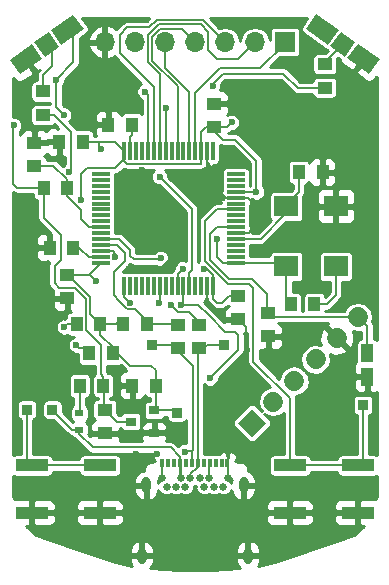
<source format=gbr>
G04 #@! TF.FileFunction,Copper,L1,Top,Signal*
%FSLAX46Y46*%
G04 Gerber Fmt 4.6, Leading zero omitted, Abs format (unit mm)*
G04 Created by KiCad (PCBNEW 4.0.7-e2-6376~58~ubuntu16.04.1) date Thu Nov 16 15:54:30 2017*
%MOMM*%
%LPD*%
G01*
G04 APERTURE LIST*
%ADD10C,0.100000*%
%ADD11R,1.000000X1.250000*%
%ADD12R,1.250000X1.000000*%
%ADD13R,0.700000X0.600000*%
%ADD14C,1.700000*%
%ADD15O,0.800000X1.400000*%
%ADD16R,0.300000X0.700000*%
%ADD17C,0.650000*%
%ADD18R,1.700000X1.700000*%
%ADD19O,1.700000X1.700000*%
%ADD20R,2.750000X1.000000*%
%ADD21R,0.850000X0.850000*%
%ADD22R,1.500000X0.300000*%
%ADD23R,0.300000X1.500000*%
%ADD24R,0.900000X0.800000*%
%ADD25R,2.000000X1.800000*%
%ADD26R,1.000000X1.524000*%
%ADD27C,0.600000*%
%ADD28C,0.200000*%
%ADD29C,0.254000*%
G04 APERTURE END LIST*
D10*
D11*
X226704400Y-87223600D03*
X224704400Y-87223600D03*
D12*
X222097600Y-99126800D03*
X222097600Y-101126800D03*
X219583000Y-99679000D03*
X219583000Y-97679000D03*
X217551000Y-83423000D03*
X217551000Y-81423000D03*
D11*
X210550000Y-83185000D03*
X208550000Y-83185000D03*
X204422500Y-84645500D03*
X206422500Y-84645500D03*
D12*
X205105000Y-95901000D03*
X205105000Y-97901000D03*
D11*
X205597000Y-93599000D03*
X203597000Y-93599000D03*
D12*
X208280000Y-107331000D03*
X208280000Y-109331000D03*
D11*
X212582000Y-105283000D03*
X210582000Y-105283000D03*
D13*
X206121000Y-109031000D03*
X206121000Y-107631000D03*
D11*
X206137000Y-105283000D03*
X208137000Y-105283000D03*
D10*
G36*
X221928082Y-108458000D02*
X220726000Y-109660082D01*
X219523918Y-108458000D01*
X220726000Y-107255918D01*
X221928082Y-108458000D01*
X221928082Y-108458000D01*
G37*
D14*
X222522051Y-106661949D02*
X222522051Y-106661949D01*
X224318102Y-104865898D02*
X224318102Y-104865898D01*
X226114154Y-103069846D02*
X226114154Y-103069846D01*
X227910205Y-101273795D02*
X227910205Y-101273795D01*
X229706256Y-99477744D02*
X229706256Y-99477744D01*
D15*
X211770000Y-113730000D03*
D16*
X213150000Y-111820000D03*
X213650000Y-111820000D03*
X214150000Y-111820000D03*
X214650000Y-111820000D03*
X215150000Y-111820000D03*
X215650000Y-111820000D03*
X216150000Y-111820000D03*
X218650000Y-111820000D03*
X217650000Y-111820000D03*
X217150000Y-111820000D03*
X216650000Y-111820000D03*
X218150000Y-111820000D03*
D15*
X220030000Y-113730000D03*
X220390000Y-119680000D03*
X211410000Y-119680000D03*
D17*
X218700000Y-113130000D03*
X217100000Y-113130000D03*
X216300000Y-113130000D03*
X215500000Y-113130000D03*
X214700000Y-113130000D03*
X213100000Y-113130000D03*
X218300000Y-113830000D03*
X217500000Y-113830000D03*
X216700000Y-113830000D03*
X215100000Y-113830000D03*
X214300000Y-113830000D03*
X213500000Y-113830000D03*
D18*
X223520000Y-76200000D03*
D19*
X220980000Y-76200000D03*
X218440000Y-76200000D03*
X215900000Y-76200000D03*
X213360000Y-76200000D03*
X210820000Y-76200000D03*
X208280000Y-76200000D03*
D11*
X206924400Y-102565200D03*
X208924400Y-102565200D03*
X205089000Y-88519000D03*
X203089000Y-88519000D03*
D12*
X202311000Y-86725000D03*
X202311000Y-84725000D03*
D11*
X209820000Y-100101400D03*
X211820000Y-100101400D03*
D12*
X214426800Y-102117400D03*
X214426800Y-100117400D03*
X216255600Y-100117400D03*
X216255600Y-102117400D03*
D11*
X205883000Y-100076000D03*
X207883000Y-100076000D03*
D12*
X203022200Y-80381600D03*
X203022200Y-82381600D03*
X226898200Y-78070200D03*
X226898200Y-80070200D03*
D10*
G36*
X203174540Y-77466052D02*
X202289548Y-76225340D01*
X203530260Y-75340348D01*
X204415252Y-76581060D01*
X203174540Y-77466052D01*
X203174540Y-77466052D01*
G37*
G36*
X201116456Y-78934069D02*
X200231465Y-77693357D01*
X202103930Y-76357741D01*
X202988921Y-77598453D01*
X201116456Y-78934069D01*
X201116456Y-78934069D01*
G37*
G36*
X204600870Y-76448659D02*
X203715879Y-75207947D01*
X205588344Y-73872331D01*
X206473335Y-75113043D01*
X204600870Y-76448659D01*
X204600870Y-76448659D01*
G37*
G36*
X229485052Y-76199940D02*
X228600060Y-77440652D01*
X227359348Y-76555660D01*
X228244340Y-75314948D01*
X229485052Y-76199940D01*
X229485052Y-76199940D01*
G37*
G36*
X231543135Y-77667957D02*
X230658144Y-78908669D01*
X228785679Y-77573053D01*
X229670670Y-76332341D01*
X231543135Y-77667957D01*
X231543135Y-77667957D01*
G37*
G36*
X228058721Y-75182547D02*
X227173730Y-76423259D01*
X225301265Y-75087643D01*
X226186256Y-73846931D01*
X228058721Y-75182547D01*
X228058721Y-75182547D01*
G37*
D20*
X207858000Y-112046000D03*
X202098000Y-112046000D03*
X202098000Y-116046000D03*
X207858000Y-116046000D03*
X229702000Y-112046000D03*
X223942000Y-112046000D03*
X223942000Y-116046000D03*
X229702000Y-116046000D03*
D21*
X203835000Y-107315000D03*
X212242400Y-101854000D03*
X218389200Y-101854000D03*
X201676000Y-107315000D03*
X230124000Y-106934000D03*
X214376000Y-107569000D03*
D22*
X219377500Y-94872500D03*
X219377500Y-94372500D03*
X219377500Y-93872500D03*
X219377500Y-93372500D03*
X219377500Y-92872500D03*
X219377500Y-92372500D03*
X219377500Y-91872500D03*
X219377500Y-91372500D03*
X219377500Y-90872500D03*
X219377500Y-90372500D03*
X219377500Y-89872500D03*
X219377500Y-89372500D03*
X219377500Y-88872500D03*
X219377500Y-88372500D03*
X219377500Y-87872500D03*
X219377500Y-87372500D03*
D23*
X217427500Y-85422500D03*
X216927500Y-85422500D03*
X216427500Y-85422500D03*
X215927500Y-85422500D03*
X215427500Y-85422500D03*
X214927500Y-85422500D03*
X214427500Y-85422500D03*
X213927500Y-85422500D03*
X213427500Y-85422500D03*
X212927500Y-85422500D03*
X212427500Y-85422500D03*
X211927500Y-85422500D03*
X211427500Y-85422500D03*
X210927500Y-85422500D03*
X210427500Y-85422500D03*
X209927500Y-85422500D03*
D22*
X207977500Y-87372500D03*
X207977500Y-87872500D03*
X207977500Y-88372500D03*
X207977500Y-88872500D03*
X207977500Y-89372500D03*
X207977500Y-89872500D03*
X207977500Y-90372500D03*
X207977500Y-90872500D03*
X207977500Y-91372500D03*
X207977500Y-91872500D03*
X207977500Y-92372500D03*
X207977500Y-92872500D03*
X207977500Y-93372500D03*
X207977500Y-93872500D03*
X207977500Y-94372500D03*
X207977500Y-94872500D03*
D23*
X209927500Y-96822500D03*
X210427500Y-96822500D03*
X210927500Y-96822500D03*
X211427500Y-96822500D03*
X211927500Y-96822500D03*
X212427500Y-96822500D03*
X212927500Y-96822500D03*
X213427500Y-96822500D03*
X213927500Y-96822500D03*
X214427500Y-96822500D03*
X214927500Y-96822500D03*
X215427500Y-96822500D03*
X215927500Y-96822500D03*
X216427500Y-96822500D03*
X216927500Y-96822500D03*
X217427500Y-96822500D03*
D24*
X212455000Y-109281000D03*
X212455000Y-107381000D03*
X210455000Y-108331000D03*
D11*
X224018600Y-98399600D03*
X226018600Y-98399600D03*
D25*
X227842500Y-95186500D03*
X227842500Y-90106500D03*
X223642500Y-90106500D03*
X223642500Y-95186500D03*
D26*
X230505000Y-104521000D03*
X230505000Y-102489000D03*
D27*
X210870800Y-111048800D03*
X212699600Y-111048800D03*
X213614000Y-109347000D03*
X220319600Y-102285800D03*
X221970600Y-102336600D03*
X211455000Y-86995000D03*
X209550000Y-91440000D03*
X210820000Y-90805000D03*
X212090000Y-90805000D03*
X212090000Y-89535000D03*
X210820000Y-89535000D03*
X208661000Y-80518000D03*
X210312000Y-95377000D03*
X215011000Y-93726000D03*
X204787500Y-82359500D03*
X204165200Y-79375000D03*
X207975200Y-85267800D03*
X218998800Y-83007200D03*
X216662000Y-95377000D03*
X207518000Y-96393000D03*
X206248000Y-89535000D03*
X221107000Y-88900000D03*
X217805000Y-92837000D03*
X200558400Y-83261200D03*
X209169000Y-94361000D03*
X210439000Y-98298000D03*
X212852000Y-98298000D03*
X213868000Y-98475800D03*
X213004400Y-94513400D03*
X213487000Y-81788000D03*
X205867000Y-101854000D03*
X214884000Y-95377000D03*
X217170000Y-104648000D03*
X214757000Y-98425000D03*
X204851000Y-100330000D03*
X215074500Y-110871000D03*
X212902800Y-87604600D03*
X205257400Y-87198200D03*
X211658200Y-80391000D03*
X217398600Y-79908400D03*
D28*
X212699600Y-111048800D02*
X210870800Y-111048800D01*
X212455000Y-109281000D02*
X213548000Y-109281000D01*
X213548000Y-109281000D02*
X213614000Y-109347000D01*
X219377500Y-92372500D02*
X220453900Y-92372500D01*
X220675200Y-92151200D02*
X220675200Y-89662000D01*
X220453900Y-92372500D02*
X220675200Y-92151200D01*
X222097600Y-101126800D02*
X222097600Y-102209600D01*
X220192600Y-100288600D02*
X219583000Y-99679000D01*
X220192600Y-102158800D02*
X220192600Y-100288600D01*
X220319600Y-102285800D02*
X220192600Y-102158800D01*
X222097600Y-102209600D02*
X221970600Y-102336600D01*
X211455000Y-86995000D02*
X211455000Y-88900000D01*
X211455000Y-88900000D02*
X210820000Y-89535000D01*
X210820000Y-89535000D02*
X212090000Y-89535000D01*
X209550000Y-91440000D02*
X209550000Y-90170000D01*
X212090000Y-90805000D02*
X210820000Y-90805000D01*
X210820000Y-89535000D02*
X209550000Y-89535000D01*
X208661000Y-80518000D02*
X208550000Y-80629000D01*
X208550000Y-80629000D02*
X208550000Y-83185000D01*
X215011000Y-93726000D02*
X214553800Y-93726000D01*
X212902800Y-95377000D02*
X210312000Y-95377000D01*
X214553800Y-93726000D02*
X212902800Y-95377000D01*
X219377500Y-89372500D02*
X220385700Y-89372500D01*
X221859600Y-81423000D02*
X217551000Y-81423000D01*
X223443800Y-83007200D02*
X221859600Y-81423000D01*
X223443800Y-87655400D02*
X223443800Y-83007200D01*
X221437200Y-89662000D02*
X223443800Y-87655400D01*
X220675200Y-89662000D02*
X221437200Y-89662000D01*
X220385700Y-89372500D02*
X220675200Y-89662000D01*
X218700000Y-113130000D02*
X218700000Y-111870000D01*
X218700000Y-111870000D02*
X218650000Y-111820000D01*
X213100000Y-113130000D02*
X213100000Y-111870000D01*
X213100000Y-111870000D02*
X213150000Y-111820000D01*
X219377500Y-89372500D02*
X218531500Y-89372500D01*
X216927500Y-87768500D02*
X216927500Y-85422500D01*
X218531500Y-89372500D02*
X216927500Y-87768500D01*
X216927500Y-96822500D02*
X216927500Y-98563500D01*
X218043000Y-99679000D02*
X219583000Y-99679000D01*
X216927500Y-98563500D02*
X218043000Y-99679000D01*
X229706256Y-99477744D02*
X229779744Y-99477744D01*
X229779744Y-99477744D02*
X230505000Y-100203000D01*
X230505000Y-100203000D02*
X230505000Y-102489000D01*
X222012000Y-98552000D02*
X222012000Y-97536000D01*
X222012000Y-97536000D02*
X221826200Y-97350200D01*
X224155000Y-99466400D02*
X229694912Y-99466400D01*
X229694912Y-99466400D02*
X229706256Y-99477744D01*
X222012000Y-98552000D02*
X222012000Y-98847400D01*
X222012000Y-98847400D02*
X222631000Y-99466400D01*
X222631000Y-99466400D02*
X224155000Y-99466400D01*
X219377500Y-91872500D02*
X217753500Y-91872500D01*
X220742000Y-96266000D02*
X221826200Y-97350200D01*
X218821000Y-96266000D02*
X220742000Y-96266000D01*
X217170000Y-94615000D02*
X218821000Y-96266000D01*
X217170000Y-92456000D02*
X217170000Y-94615000D01*
X217753500Y-91872500D02*
X217170000Y-92456000D01*
X207883000Y-100076000D02*
X209185000Y-100076000D01*
X209185000Y-100076000D02*
X209566000Y-99695000D01*
X207883000Y-100076000D02*
X207883000Y-100965000D01*
X207883000Y-100965000D02*
X209026000Y-102108000D01*
X219377500Y-94872500D02*
X223328500Y-94872500D01*
X223328500Y-94872500D02*
X223642500Y-95186500D01*
X223642500Y-95186500D02*
X223642500Y-98023500D01*
X223642500Y-98023500D02*
X224018600Y-98399600D01*
X204165200Y-81737200D02*
X204165200Y-79375000D01*
X204787500Y-82359500D02*
X204165200Y-81737200D01*
X205613000Y-77927200D02*
X205613000Y-75120961D01*
X204165200Y-79375000D02*
X205613000Y-77927200D01*
X205613000Y-75120961D02*
X205420253Y-74928214D01*
X207797400Y-85090000D02*
X207797400Y-84645500D01*
X207975200Y-85267800D02*
X207797400Y-85090000D01*
X217551000Y-83423000D02*
X218583000Y-83423000D01*
X218583000Y-83423000D02*
X218998800Y-83007200D01*
X206629000Y-84645500D02*
X206422500Y-84645500D01*
X216427500Y-85422500D02*
X216427500Y-86467500D01*
X209927500Y-86229500D02*
X209927500Y-85422500D01*
X210185000Y-86487000D02*
X209927500Y-86229500D01*
X216408000Y-86487000D02*
X210185000Y-86487000D01*
X216427500Y-86467500D02*
X216408000Y-86487000D01*
X221107000Y-88900000D02*
X221107000Y-86233000D01*
X219329000Y-84455000D02*
X218313000Y-84455000D01*
X221107000Y-86233000D02*
X219329000Y-84455000D01*
X217551000Y-83423000D02*
X217551000Y-83693000D01*
X217551000Y-83693000D02*
X218313000Y-84455000D01*
X216427500Y-85422500D02*
X216427500Y-83800500D01*
X216805000Y-83423000D02*
X217551000Y-83423000D01*
X216427500Y-83800500D02*
X216805000Y-83423000D01*
X217427500Y-96822500D02*
X217427500Y-95888500D01*
X216916000Y-95377000D02*
X216662000Y-95377000D01*
X217427500Y-95888500D02*
X216916000Y-95377000D01*
X206949000Y-95901000D02*
X207026000Y-95901000D01*
X207026000Y-95901000D02*
X207518000Y-96393000D01*
X205105000Y-95901000D02*
X205121000Y-95901000D01*
X205121000Y-95901000D02*
X207010000Y-97790000D01*
X207010000Y-99253000D02*
X207833000Y-100076000D01*
X207010000Y-97790000D02*
X207010000Y-99253000D01*
X209169000Y-86868000D02*
X209927500Y-86109500D01*
X206756000Y-86868000D02*
X209169000Y-86868000D01*
X206248000Y-87376000D02*
X206756000Y-86868000D01*
X206248000Y-89535000D02*
X206248000Y-87376000D01*
X209927500Y-86109500D02*
X209927500Y-85422500D01*
X221079500Y-88872500D02*
X219377500Y-88872500D01*
X221107000Y-88900000D02*
X221079500Y-88872500D01*
X219583000Y-97679000D02*
X218805000Y-97679000D01*
X217427500Y-97920500D02*
X217427500Y-96822500D01*
X217805000Y-98298000D02*
X217427500Y-97920500D01*
X218186000Y-98298000D02*
X217805000Y-98298000D01*
X218805000Y-97679000D02*
X218186000Y-98298000D01*
X219377500Y-94872500D02*
X218316500Y-94872500D01*
X217805000Y-94361000D02*
X217805000Y-92837000D01*
X218316500Y-94872500D02*
X217805000Y-94361000D01*
X206422500Y-84645500D02*
X206422500Y-84248500D01*
X208976000Y-102108000D02*
X208976000Y-102169000D01*
X208976000Y-102169000D02*
X210439000Y-103632000D01*
X206422500Y-84645500D02*
X207797400Y-84645500D01*
X207797400Y-84645500D02*
X209150500Y-84645500D01*
X209150500Y-84645500D02*
X209927500Y-85422500D01*
X212582000Y-103997000D02*
X212582000Y-105283000D01*
X212217000Y-103632000D02*
X212582000Y-103997000D01*
X210439000Y-103632000D02*
X212217000Y-103632000D01*
X205055000Y-95951000D02*
X205105000Y-95901000D01*
X205105000Y-95901000D02*
X206949000Y-95901000D01*
X206949000Y-95901000D02*
X207977500Y-94872500D01*
X212455000Y-107381000D02*
X214188000Y-107381000D01*
X214188000Y-107381000D02*
X214376000Y-107569000D01*
X212582000Y-105283000D02*
X212582000Y-107254000D01*
X212582000Y-107254000D02*
X212455000Y-107381000D01*
X210550000Y-83185000D02*
X210550000Y-84090000D01*
X210427500Y-84212500D02*
X210427500Y-85422500D01*
X210550000Y-84090000D02*
X210427500Y-84212500D01*
X205597000Y-93599000D02*
X206121000Y-93599000D01*
X206894500Y-94372500D02*
X207977500Y-94372500D01*
X206121000Y-93599000D02*
X206894500Y-94372500D01*
X203089000Y-90551000D02*
X203089000Y-91075000D01*
X204012800Y-95148400D02*
X204012800Y-96342200D01*
X204520800Y-94640400D02*
X204012800Y-95148400D01*
X204520800Y-92506800D02*
X204520800Y-94640400D01*
X203089000Y-91075000D02*
X204520800Y-92506800D01*
X204012800Y-96520000D02*
X204012800Y-96621600D01*
X207924400Y-104343200D02*
X208137000Y-104555800D01*
X207924400Y-101828600D02*
X207924400Y-104343200D01*
X206654400Y-100558600D02*
X207924400Y-101828600D01*
X206654400Y-97917000D02*
X206654400Y-100558600D01*
X205740000Y-97002600D02*
X206654400Y-97917000D01*
X204393800Y-97002600D02*
X205740000Y-97002600D01*
X204012800Y-96621600D02*
X204393800Y-97002600D01*
X208137000Y-105283000D02*
X208137000Y-104555800D01*
X203089000Y-90551000D02*
X203089000Y-88519000D01*
X204012800Y-96520000D02*
X204012800Y-96342200D01*
X200863200Y-88519000D02*
X203089000Y-88519000D01*
X200533000Y-88188800D02*
X200863200Y-88519000D01*
X200533000Y-83286600D02*
X200533000Y-88188800D01*
X200558400Y-83261200D02*
X200533000Y-83286600D01*
X203139000Y-88519000D02*
X203139000Y-88585000D01*
X207899000Y-105283000D02*
X208187000Y-105283000D01*
X208187000Y-105283000D02*
X208187000Y-107238000D01*
X208187000Y-107238000D02*
X208280000Y-107331000D01*
X210455000Y-108331000D02*
X209280000Y-108331000D01*
X209280000Y-108331000D02*
X208280000Y-107331000D01*
X206137000Y-105283000D02*
X206137000Y-107615000D01*
X206137000Y-107615000D02*
X206121000Y-107631000D01*
X206121000Y-105317000D02*
X206087000Y-105283000D01*
X207977500Y-93872500D02*
X208934500Y-93872500D01*
X208934500Y-93872500D02*
X209169000Y-94107000D01*
X209169000Y-94107000D02*
X209169000Y-94361000D01*
X209927500Y-96822500D02*
X209927500Y-97786500D01*
X209927500Y-97786500D02*
X210439000Y-98298000D01*
X212927500Y-98222500D02*
X212852000Y-98298000D01*
X212927500Y-96822500D02*
X212927500Y-98222500D01*
X202311000Y-86675000D02*
X203896000Y-86675000D01*
X205039000Y-87818000D02*
X205039000Y-88519000D01*
X203896000Y-86675000D02*
X205039000Y-87818000D01*
X205039000Y-88519000D02*
X205039000Y-89215000D01*
X206934500Y-91872500D02*
X207977500Y-91872500D01*
X206248000Y-91186000D02*
X206934500Y-91872500D01*
X206248000Y-90424000D02*
X206248000Y-91186000D01*
X205039000Y-89215000D02*
X206248000Y-90424000D01*
X211820000Y-100101400D02*
X214410800Y-100101400D01*
X214410800Y-100101400D02*
X214426800Y-100117400D01*
X211566000Y-99695000D02*
X211566000Y-99577400D01*
X211566000Y-99577400D02*
X210820000Y-98831400D01*
X210820000Y-98831400D02*
X210210400Y-98831400D01*
X210210400Y-98831400D02*
X210058000Y-98679000D01*
X209270600Y-93370400D02*
X207979600Y-93370400D01*
X209397600Y-93497400D02*
X209270600Y-93370400D01*
X209956400Y-94056200D02*
X209397600Y-93497400D01*
X209956400Y-94742000D02*
X209956400Y-94056200D01*
X209016600Y-95681800D02*
X209956400Y-94742000D01*
X209016600Y-97637600D02*
X209016600Y-95681800D01*
X209473800Y-98094800D02*
X209016600Y-97637600D01*
X210058000Y-98679000D02*
X209473800Y-98094800D01*
X207979600Y-93370400D02*
X207977500Y-93372500D01*
X211988400Y-100167400D02*
X211516000Y-99695000D01*
X214249000Y-100142000D02*
X214249000Y-100012500D01*
X214249000Y-99949000D02*
X214249000Y-100142000D01*
X208000800Y-93395800D02*
X207977500Y-93372500D01*
X214439500Y-99047300D02*
X215404700Y-99047300D01*
X215404700Y-99047300D02*
X216255600Y-99898200D01*
X216255600Y-99898200D02*
X216255600Y-100117400D01*
X207977500Y-92872500D02*
X209483900Y-92872500D01*
X213868000Y-98475800D02*
X214439500Y-99047300D01*
X212928200Y-94589600D02*
X213004400Y-94513400D01*
X210718400Y-94589600D02*
X212928200Y-94589600D01*
X210413600Y-94284800D02*
X210718400Y-94589600D01*
X210413600Y-93802200D02*
X210413600Y-94284800D01*
X209483900Y-92872500D02*
X210413600Y-93802200D01*
X213427500Y-81847500D02*
X213427500Y-85422500D01*
X213487000Y-81788000D02*
X213427500Y-81847500D01*
X201676000Y-107315000D02*
X201676000Y-111624000D01*
X201676000Y-111624000D02*
X202098000Y-112046000D01*
X207858000Y-112046000D02*
X202098000Y-112046000D01*
X219377500Y-90372500D02*
X217729500Y-90372500D01*
X223942000Y-106340000D02*
X223942000Y-112046000D01*
X220853000Y-103251000D02*
X223942000Y-106340000D01*
X220853000Y-97028000D02*
X220853000Y-103251000D01*
X220472000Y-96647000D02*
X220853000Y-97028000D01*
X218694000Y-96647000D02*
X220472000Y-96647000D01*
X216789000Y-94742000D02*
X218694000Y-96647000D01*
X216789000Y-91313000D02*
X216789000Y-94742000D01*
X217729500Y-90372500D02*
X216789000Y-91313000D01*
X230124000Y-106934000D02*
X230124000Y-111624000D01*
X230124000Y-111624000D02*
X229702000Y-112046000D01*
X223942000Y-112046000D02*
X229702000Y-112046000D01*
X206121000Y-102108000D02*
X207076000Y-102108000D01*
X205867000Y-101854000D02*
X206121000Y-102108000D01*
X214427500Y-95833500D02*
X214427500Y-96822500D01*
X214884000Y-95377000D02*
X214427500Y-95833500D01*
X214757000Y-98425000D02*
X216154000Y-98425000D01*
X216154000Y-98425000D02*
X217068400Y-99339400D01*
X217170000Y-104648000D02*
X219583000Y-102235000D01*
X219583000Y-102235000D02*
X219583000Y-100965000D01*
X219583000Y-100965000D02*
X219329000Y-100711000D01*
X219329000Y-100711000D02*
X218440000Y-100711000D01*
X218440000Y-100711000D02*
X217068400Y-99339400D01*
X214927500Y-98254500D02*
X214757000Y-98425000D01*
X214927500Y-96822500D02*
X214927500Y-98254500D01*
X204851000Y-100330000D02*
X205105000Y-100076000D01*
X214927500Y-96822500D02*
X214927500Y-96095500D01*
X205105000Y-100076000D02*
X205933000Y-100076000D01*
X214650000Y-111820000D02*
X214650000Y-113080000D01*
X214650000Y-113080000D02*
X214700000Y-113130000D01*
X206121000Y-109031000D02*
X206121000Y-109397800D01*
X214650000Y-111322800D02*
X214650000Y-111820000D01*
X213842600Y-110515400D02*
X214650000Y-111322800D01*
X207238600Y-110515400D02*
X213842600Y-110515400D01*
X206121000Y-109397800D02*
X207238600Y-110515400D01*
X203835000Y-107315000D02*
X203835000Y-107365800D01*
X203835000Y-107365800D02*
X205500200Y-109031000D01*
X205500200Y-109031000D02*
X206121000Y-109031000D01*
X217100000Y-113130000D02*
X217100000Y-111870000D01*
X217100000Y-111870000D02*
X217150000Y-111820000D01*
X214700000Y-113130000D02*
X214700000Y-111870000D01*
X214700000Y-111870000D02*
X214650000Y-111820000D01*
X212242400Y-101854000D02*
X214213400Y-101854000D01*
X214213400Y-101854000D02*
X214426800Y-102067400D01*
X214426800Y-102067400D02*
X214426800Y-102362000D01*
X214426800Y-102362000D02*
X215696800Y-103632000D01*
X215696800Y-103632000D02*
X215696800Y-110760700D01*
X215696800Y-110760700D02*
X215650000Y-110807500D01*
X215138000Y-110807500D02*
X215650000Y-110807500D01*
X215074500Y-110871000D02*
X215138000Y-110807500D01*
X215650000Y-110807500D02*
X215650000Y-111820000D01*
X216255600Y-102067400D02*
X216702600Y-102067400D01*
X216702600Y-102067400D02*
X216916000Y-101854000D01*
X216916000Y-101854000D02*
X218389200Y-101854000D01*
X216150000Y-111820000D02*
X216150000Y-102173000D01*
X216150000Y-102173000D02*
X216255600Y-102067400D01*
X215500000Y-113130000D02*
X215500000Y-112795000D01*
X215500000Y-112795000D02*
X216150000Y-112145000D01*
X216150000Y-112145000D02*
X216150000Y-111820000D01*
X223520000Y-76200000D02*
X223520000Y-76327000D01*
X223520000Y-76327000D02*
X221424500Y-78422500D01*
X215927500Y-80490500D02*
X215927500Y-85422500D01*
X217995500Y-78422500D02*
X215927500Y-80490500D01*
X221424500Y-78422500D02*
X217995500Y-78422500D01*
X220980000Y-76200000D02*
X220916500Y-76200000D01*
X220726000Y-76200000D02*
X220980000Y-76200000D01*
X212927500Y-85422500D02*
X212927500Y-78942500D01*
X219583000Y-77597000D02*
X220980000Y-76200000D01*
X217741500Y-77597000D02*
X219583000Y-77597000D01*
X217043000Y-76898500D02*
X217741500Y-77597000D01*
X217043000Y-75311000D02*
X217043000Y-76898500D01*
X216408000Y-74676000D02*
X217043000Y-75311000D01*
X212852000Y-74676000D02*
X216408000Y-74676000D01*
X211899500Y-75628500D02*
X212852000Y-74676000D01*
X211899500Y-77914500D02*
X211899500Y-75628500D01*
X212927500Y-78942500D02*
X211899500Y-77914500D01*
X218440000Y-76200000D02*
X216725500Y-74485500D01*
X212427500Y-80030000D02*
X212427500Y-85422500D01*
X209550000Y-77152500D02*
X212427500Y-80030000D01*
X209550000Y-75565000D02*
X209550000Y-77152500D01*
X210185000Y-74930000D02*
X209550000Y-75565000D01*
X212026500Y-74930000D02*
X210185000Y-74930000D01*
X212661500Y-74295000D02*
X212026500Y-74930000D01*
X213296500Y-74295000D02*
X212661500Y-74295000D01*
X216281000Y-74295000D02*
X213296500Y-74295000D01*
X216535000Y-74295000D02*
X216281000Y-74295000D01*
X216598500Y-74358500D02*
X216535000Y-74295000D01*
X216725500Y-74485500D02*
X216598500Y-74358500D01*
X214427500Y-85422500D02*
X214427500Y-79934500D01*
X214820500Y-75120500D02*
X215900000Y-76200000D01*
X212915500Y-75120500D02*
X214820500Y-75120500D01*
X212280500Y-75755500D02*
X212915500Y-75120500D01*
X212280500Y-77787500D02*
X212280500Y-75755500D01*
X214427500Y-79934500D02*
X212280500Y-77787500D01*
X213360000Y-76200000D02*
X213360000Y-78359000D01*
X215427500Y-80426500D02*
X215427500Y-85422500D01*
X213360000Y-78359000D02*
X215427500Y-80426500D01*
X203022200Y-80381600D02*
X203022200Y-79019400D01*
X203835000Y-78206600D02*
X203835000Y-76885800D01*
X203022200Y-79019400D02*
X203835000Y-78206600D01*
X203835000Y-76885800D02*
X203352400Y-76403200D01*
X203022200Y-82381600D02*
X203971400Y-82381600D01*
X205435200Y-87020400D02*
X205257400Y-87198200D01*
X205435200Y-83845400D02*
X205435200Y-87020400D01*
X203971400Y-82381600D02*
X205435200Y-83845400D01*
X215427500Y-96822500D02*
X215427500Y-95773300D01*
X215427500Y-95773300D02*
X215671400Y-95529400D01*
X215671400Y-95529400D02*
X215671400Y-90373200D01*
X215671400Y-90373200D02*
X212902800Y-87604600D01*
X203377800Y-82737200D02*
X203022200Y-82381600D01*
X226898200Y-78070200D02*
X226898200Y-77901800D01*
X226898200Y-77901800D02*
X228422200Y-76377800D01*
X226898200Y-80070200D02*
X224596200Y-80070200D01*
X211927500Y-80660300D02*
X211927500Y-85422500D01*
X211658200Y-80391000D02*
X211927500Y-80660300D01*
X217398600Y-79730600D02*
X217398600Y-79908400D01*
X218262200Y-78867000D02*
X217398600Y-79730600D01*
X223393000Y-78867000D02*
X218262200Y-78867000D01*
X224596200Y-80070200D02*
X223393000Y-78867000D01*
X223642500Y-90106500D02*
X223642500Y-89945900D01*
X223642500Y-89945900D02*
X224704400Y-88884000D01*
X224704400Y-88884000D02*
X224704400Y-87223600D01*
X223642500Y-90106500D02*
X223642500Y-90682500D01*
X223642500Y-90682500D02*
X221452500Y-92872500D01*
X221452500Y-92872500D02*
X219377500Y-92872500D01*
X226018600Y-98399600D02*
X227050600Y-98399600D01*
X227842500Y-97607700D02*
X227842500Y-95186500D01*
X227050600Y-98399600D02*
X227842500Y-97607700D01*
D29*
G36*
X200661525Y-89005885D02*
X200694985Y-89012540D01*
X200863200Y-89046000D01*
X202153635Y-89046000D01*
X202153635Y-89144000D01*
X202183409Y-89302237D01*
X202276927Y-89447567D01*
X202419619Y-89545064D01*
X202562000Y-89573897D01*
X202562000Y-91075000D01*
X202602115Y-91276675D01*
X202716355Y-91447645D01*
X203745230Y-92476520D01*
X203724000Y-92497750D01*
X203724000Y-93472000D01*
X203744000Y-93472000D01*
X203744000Y-93726000D01*
X203724000Y-93726000D01*
X203724000Y-93746000D01*
X203470000Y-93746000D01*
X203470000Y-93726000D01*
X202620750Y-93726000D01*
X202462000Y-93884750D01*
X202462000Y-94350310D01*
X202558673Y-94583699D01*
X202737302Y-94762327D01*
X202970691Y-94859000D01*
X203311250Y-94859000D01*
X203469998Y-94700252D01*
X203469998Y-94859000D01*
X203584532Y-94859000D01*
X203525915Y-94946725D01*
X203500564Y-95074174D01*
X203485800Y-95148400D01*
X203485800Y-96621600D01*
X203525915Y-96823275D01*
X203640155Y-96994245D01*
X203867143Y-97221233D01*
X203845000Y-97274691D01*
X203845000Y-97615250D01*
X204003750Y-97774000D01*
X204978000Y-97774000D01*
X204978000Y-97754000D01*
X205232000Y-97754000D01*
X205232000Y-97774000D01*
X205252000Y-97774000D01*
X205252000Y-98028000D01*
X205232000Y-98028000D01*
X205232000Y-98877250D01*
X205372383Y-99017633D01*
X205224763Y-99045409D01*
X205079433Y-99138927D01*
X204981936Y-99281619D01*
X204947635Y-99451000D01*
X204947635Y-99580301D01*
X204936785Y-99582460D01*
X204903325Y-99589115D01*
X204882505Y-99603027D01*
X204707025Y-99602874D01*
X204439725Y-99713320D01*
X204235039Y-99917650D01*
X204124126Y-100184756D01*
X204123874Y-100473975D01*
X204234320Y-100741275D01*
X204438650Y-100945961D01*
X204705756Y-101056874D01*
X204994975Y-101057126D01*
X205090240Y-101017763D01*
X205213619Y-101102064D01*
X205383000Y-101136365D01*
X205700055Y-101136365D01*
X205455725Y-101237320D01*
X205251039Y-101441650D01*
X205140126Y-101708756D01*
X205139874Y-101997975D01*
X205250320Y-102265275D01*
X205454650Y-102469961D01*
X205721756Y-102580874D01*
X205898587Y-102581028D01*
X205919325Y-102594885D01*
X205952785Y-102601540D01*
X205989035Y-102608751D01*
X205989035Y-103190200D01*
X206018809Y-103348437D01*
X206112327Y-103493767D01*
X206255019Y-103591264D01*
X206424400Y-103625565D01*
X207397400Y-103625565D01*
X207397400Y-104304765D01*
X207333433Y-104345927D01*
X207235936Y-104488619D01*
X207201635Y-104658000D01*
X207201635Y-105908000D01*
X207231409Y-106066237D01*
X207324927Y-106211567D01*
X207467619Y-106309064D01*
X207637000Y-106343365D01*
X207660000Y-106343365D01*
X207660000Y-106395635D01*
X207655000Y-106395635D01*
X207496763Y-106425409D01*
X207351433Y-106518927D01*
X207253936Y-106661619D01*
X207219635Y-106831000D01*
X207219635Y-107831000D01*
X207249409Y-107989237D01*
X207342927Y-108134567D01*
X207469014Y-108220719D01*
X207295301Y-108292673D01*
X207116673Y-108471302D01*
X207020000Y-108704691D01*
X207020000Y-109045250D01*
X207178750Y-109204000D01*
X208153000Y-109204000D01*
X208153000Y-109184000D01*
X208407000Y-109184000D01*
X208407000Y-109204000D01*
X209381250Y-109204000D01*
X209540000Y-109045250D01*
X209540000Y-108858000D01*
X209593531Y-108858000D01*
X209599409Y-108889237D01*
X209692927Y-109034567D01*
X209835619Y-109132064D01*
X210005000Y-109166365D01*
X210905000Y-109166365D01*
X211063237Y-109136591D01*
X211208567Y-109043073D01*
X211306064Y-108900381D01*
X211335567Y-108754690D01*
X211370000Y-108754690D01*
X211370000Y-108995250D01*
X211528750Y-109154000D01*
X212328000Y-109154000D01*
X212328000Y-108404750D01*
X212582000Y-108404750D01*
X212582000Y-109154000D01*
X213381250Y-109154000D01*
X213540000Y-108995250D01*
X213540000Y-108754690D01*
X213443327Y-108521301D01*
X213264698Y-108342673D01*
X213031309Y-108246000D01*
X212740750Y-108246000D01*
X212582000Y-108404750D01*
X212328000Y-108404750D01*
X212169250Y-108246000D01*
X211878691Y-108246000D01*
X211645302Y-108342673D01*
X211466673Y-108521301D01*
X211370000Y-108754690D01*
X211335567Y-108754690D01*
X211340365Y-108731000D01*
X211340365Y-107931000D01*
X211310591Y-107772763D01*
X211217073Y-107627433D01*
X211074381Y-107529936D01*
X210905000Y-107495635D01*
X210005000Y-107495635D01*
X209846763Y-107525409D01*
X209701433Y-107618927D01*
X209603936Y-107761619D01*
X209595354Y-107804000D01*
X209498291Y-107804000D01*
X209340365Y-107646074D01*
X209340365Y-106831000D01*
X209310591Y-106672763D01*
X209217073Y-106527433D01*
X209074381Y-106429936D01*
X208905000Y-106395635D01*
X208714000Y-106395635D01*
X208714000Y-106328877D01*
X208795237Y-106313591D01*
X208940567Y-106220073D01*
X209038064Y-106077381D01*
X209072365Y-105908000D01*
X209072365Y-105568750D01*
X209447000Y-105568750D01*
X209447000Y-106034310D01*
X209543673Y-106267699D01*
X209722302Y-106446327D01*
X209955691Y-106543000D01*
X210296250Y-106543000D01*
X210455000Y-106384250D01*
X210455000Y-105410000D01*
X209605750Y-105410000D01*
X209447000Y-105568750D01*
X209072365Y-105568750D01*
X209072365Y-104658000D01*
X209042591Y-104499763D01*
X208949073Y-104354433D01*
X208806381Y-104256936D01*
X208637000Y-104222635D01*
X208536025Y-104222635D01*
X208509645Y-104183155D01*
X208451400Y-104124910D01*
X208451400Y-103625565D01*
X209424400Y-103625565D01*
X209582637Y-103595791D01*
X209628188Y-103566479D01*
X210066354Y-104004645D01*
X210093824Y-104023000D01*
X209955691Y-104023000D01*
X209722302Y-104119673D01*
X209543673Y-104298301D01*
X209447000Y-104531690D01*
X209447000Y-104997250D01*
X209605750Y-105156000D01*
X210455000Y-105156000D01*
X210455000Y-105136000D01*
X210709000Y-105136000D01*
X210709000Y-105156000D01*
X210729000Y-105156000D01*
X210729000Y-105410000D01*
X210709000Y-105410000D01*
X210709000Y-106384250D01*
X210867750Y-106543000D01*
X211208309Y-106543000D01*
X211441698Y-106446327D01*
X211620327Y-106267699D01*
X211693058Y-106092110D01*
X211769927Y-106211567D01*
X211912619Y-106309064D01*
X212055000Y-106337897D01*
X212055000Y-106545635D01*
X212005000Y-106545635D01*
X211846763Y-106575409D01*
X211701433Y-106668927D01*
X211603936Y-106811619D01*
X211569635Y-106981000D01*
X211569635Y-107781000D01*
X211599409Y-107939237D01*
X211692927Y-108084567D01*
X211835619Y-108182064D01*
X212005000Y-108216365D01*
X212905000Y-108216365D01*
X213063237Y-108186591D01*
X213208567Y-108093073D01*
X213306064Y-107950381D01*
X213314646Y-107908000D01*
X213515635Y-107908000D01*
X213515635Y-107994000D01*
X213545409Y-108152237D01*
X213638927Y-108297567D01*
X213781619Y-108395064D01*
X213951000Y-108429365D01*
X214801000Y-108429365D01*
X214959237Y-108399591D01*
X215104567Y-108306073D01*
X215169800Y-108210601D01*
X215169800Y-110144082D01*
X214930525Y-110143874D01*
X214663225Y-110254320D01*
X214494871Y-110422381D01*
X214215245Y-110142755D01*
X214044275Y-110028515D01*
X213842600Y-109988400D01*
X213464990Y-109988400D01*
X213540000Y-109807310D01*
X213540000Y-109566750D01*
X213381250Y-109408000D01*
X212582000Y-109408000D01*
X212582000Y-109428000D01*
X212328000Y-109428000D01*
X212328000Y-109408000D01*
X211528750Y-109408000D01*
X211370000Y-109566750D01*
X211370000Y-109807310D01*
X211445010Y-109988400D01*
X209527122Y-109988400D01*
X209540000Y-109957309D01*
X209540000Y-109616750D01*
X209381250Y-109458000D01*
X208407000Y-109458000D01*
X208407000Y-109478000D01*
X208153000Y-109478000D01*
X208153000Y-109458000D01*
X207178750Y-109458000D01*
X207052620Y-109584130D01*
X206888367Y-109419877D01*
X206906365Y-109331000D01*
X206906365Y-108731000D01*
X206876591Y-108572763D01*
X206783073Y-108427433D01*
X206640381Y-108329936D01*
X206639771Y-108329812D01*
X206774567Y-108243073D01*
X206872064Y-108100381D01*
X206906365Y-107931000D01*
X206906365Y-107331000D01*
X206876591Y-107172763D01*
X206783073Y-107027433D01*
X206664000Y-106946074D01*
X206664000Y-106338285D01*
X206795237Y-106313591D01*
X206940567Y-106220073D01*
X207038064Y-106077381D01*
X207072365Y-105908000D01*
X207072365Y-104658000D01*
X207042591Y-104499763D01*
X206949073Y-104354433D01*
X206806381Y-104256936D01*
X206637000Y-104222635D01*
X205637000Y-104222635D01*
X205478763Y-104252409D01*
X205333433Y-104345927D01*
X205235936Y-104488619D01*
X205201635Y-104658000D01*
X205201635Y-105908000D01*
X205231409Y-106066237D01*
X205324927Y-106211567D01*
X205467619Y-106309064D01*
X205610000Y-106337897D01*
X205610000Y-106927187D01*
X205467433Y-107018927D01*
X205369936Y-107161619D01*
X205335635Y-107331000D01*
X205335635Y-107931000D01*
X205365409Y-108089237D01*
X205458927Y-108234567D01*
X205601619Y-108332064D01*
X205602229Y-108332188D01*
X205568429Y-108353938D01*
X204695365Y-107480875D01*
X204695365Y-106890000D01*
X204665591Y-106731763D01*
X204572073Y-106586433D01*
X204429381Y-106488936D01*
X204260000Y-106454635D01*
X203410000Y-106454635D01*
X203251763Y-106484409D01*
X203106433Y-106577927D01*
X203008936Y-106720619D01*
X202974635Y-106890000D01*
X202974635Y-107740000D01*
X203004409Y-107898237D01*
X203097927Y-108043567D01*
X203240619Y-108141064D01*
X203410000Y-108175365D01*
X203899275Y-108175365D01*
X205127554Y-109403645D01*
X205208902Y-109458000D01*
X205298526Y-109517885D01*
X205396367Y-109537347D01*
X205458927Y-109634567D01*
X205601619Y-109732064D01*
X205741659Y-109760423D01*
X205748355Y-109770445D01*
X206865955Y-110888045D01*
X207036925Y-111002285D01*
X207238600Y-111042400D01*
X212529574Y-111042400D01*
X212461673Y-111110301D01*
X212365000Y-111343690D01*
X212365000Y-111534250D01*
X212523748Y-111692998D01*
X212365000Y-111692998D01*
X212365000Y-111728056D01*
X212151074Y-111727869D01*
X211874582Y-111842113D01*
X211662857Y-112053470D01*
X211548130Y-112329762D01*
X211547993Y-112486776D01*
X211483877Y-112435334D01*
X211127947Y-112608342D01*
X210862385Y-112916590D01*
X210735000Y-113303000D01*
X210735000Y-113603000D01*
X211643000Y-113603000D01*
X211643000Y-113583000D01*
X211897000Y-113583000D01*
X211897000Y-113603000D01*
X211917000Y-113603000D01*
X211917000Y-113857000D01*
X211897000Y-113857000D01*
X211897000Y-114896998D01*
X212056123Y-115024666D01*
X212412053Y-114851658D01*
X212677615Y-114543410D01*
X212805000Y-114157000D01*
X212805000Y-114117194D01*
X212862113Y-114255418D01*
X213073470Y-114467143D01*
X213349762Y-114581870D01*
X213648926Y-114582131D01*
X213900278Y-114478275D01*
X214149762Y-114581870D01*
X214448926Y-114582131D01*
X214700278Y-114478275D01*
X214949762Y-114581870D01*
X215248926Y-114582131D01*
X215525418Y-114467887D01*
X215737143Y-114256530D01*
X215851870Y-113980238D01*
X215852029Y-113798211D01*
X215900278Y-113778275D01*
X215948027Y-113798102D01*
X215947869Y-113978926D01*
X216062113Y-114255418D01*
X216273470Y-114467143D01*
X216549762Y-114581870D01*
X216848926Y-114582131D01*
X217100278Y-114478275D01*
X217349762Y-114581870D01*
X217648926Y-114582131D01*
X217900278Y-114478275D01*
X218149762Y-114581870D01*
X218448926Y-114582131D01*
X218725418Y-114467887D01*
X218937143Y-114256530D01*
X218995000Y-114117196D01*
X218995000Y-114157000D01*
X219122385Y-114543410D01*
X219387947Y-114851658D01*
X219743877Y-115024666D01*
X219903000Y-114896998D01*
X219903000Y-113857000D01*
X220157000Y-113857000D01*
X220157000Y-114896998D01*
X220316123Y-115024666D01*
X220672053Y-114851658D01*
X220937615Y-114543410D01*
X221065000Y-114157000D01*
X221065000Y-113857000D01*
X220157000Y-113857000D01*
X219903000Y-113857000D01*
X219883000Y-113857000D01*
X219883000Y-113603000D01*
X219903000Y-113603000D01*
X219903000Y-113583000D01*
X220157000Y-113583000D01*
X220157000Y-113603000D01*
X221065000Y-113603000D01*
X221065000Y-113303000D01*
X220937615Y-112916590D01*
X220672053Y-112608342D01*
X220418643Y-112485166D01*
X220419671Y-112480000D01*
X220362428Y-112192222D01*
X220199415Y-111948256D01*
X219955449Y-111785243D01*
X219667671Y-111728000D01*
X219435000Y-111728000D01*
X219435000Y-111692998D01*
X219276252Y-111692998D01*
X219435000Y-111534250D01*
X219435000Y-111343690D01*
X219338327Y-111110301D01*
X219159698Y-110931673D01*
X218926309Y-110835000D01*
X218883750Y-110835000D01*
X218725000Y-110993750D01*
X218725000Y-111414914D01*
X218705591Y-111311763D01*
X218612073Y-111166433D01*
X218575000Y-111141102D01*
X218575000Y-110993750D01*
X218416250Y-110835000D01*
X218373691Y-110835000D01*
X218140302Y-110931673D01*
X218037339Y-111034635D01*
X218000000Y-111034635D01*
X217896328Y-111054142D01*
X217800000Y-111034635D01*
X217500000Y-111034635D01*
X217396328Y-111054142D01*
X217300000Y-111034635D01*
X217000000Y-111034635D01*
X216896328Y-111054142D01*
X216800000Y-111034635D01*
X216677000Y-111034635D01*
X216677000Y-105183170D01*
X216757650Y-105263961D01*
X217024756Y-105374874D01*
X217313975Y-105375126D01*
X217581275Y-105264680D01*
X217785961Y-105060350D01*
X217896874Y-104793244D01*
X217896985Y-104666306D01*
X219955645Y-102607646D01*
X220069885Y-102436675D01*
X220084738Y-102362000D01*
X220110000Y-102235000D01*
X220110000Y-100965000D01*
X220079965Y-100814000D01*
X220326000Y-100814000D01*
X220326000Y-103251000D01*
X220366115Y-103452675D01*
X220480355Y-103623645D01*
X222270490Y-105413780D01*
X222015675Y-105464465D01*
X221601386Y-105741284D01*
X221324567Y-106155573D01*
X221227362Y-106644259D01*
X221324567Y-107132945D01*
X221537694Y-107451912D01*
X221033850Y-106948068D01*
X220900906Y-106857232D01*
X220732014Y-106820595D01*
X220562175Y-106852552D01*
X220418150Y-106948068D01*
X219216068Y-108150150D01*
X219125232Y-108283094D01*
X219088595Y-108451986D01*
X219120552Y-108621825D01*
X219216068Y-108765850D01*
X220418150Y-109967932D01*
X220551094Y-110058768D01*
X220719986Y-110095405D01*
X220889825Y-110063448D01*
X221033850Y-109967932D01*
X222235932Y-108765850D01*
X222326768Y-108632906D01*
X222363405Y-108464014D01*
X222331448Y-108294175D01*
X222235932Y-108150150D01*
X221732088Y-107646306D01*
X222051055Y-107859433D01*
X222539741Y-107956639D01*
X223028428Y-107859433D01*
X223415000Y-107601133D01*
X223415000Y-111110635D01*
X222567000Y-111110635D01*
X222408763Y-111140409D01*
X222263433Y-111233927D01*
X222165936Y-111376619D01*
X222131635Y-111546000D01*
X222131635Y-112546000D01*
X222161409Y-112704237D01*
X222254927Y-112849567D01*
X222397619Y-112947064D01*
X222567000Y-112981365D01*
X225317000Y-112981365D01*
X225475237Y-112951591D01*
X225620567Y-112858073D01*
X225718064Y-112715381D01*
X225746897Y-112573000D01*
X227896715Y-112573000D01*
X227921409Y-112704237D01*
X228014927Y-112849567D01*
X228157619Y-112947064D01*
X228327000Y-112981365D01*
X231077000Y-112981365D01*
X231235237Y-112951591D01*
X231273000Y-112927291D01*
X231273000Y-114637048D01*
X231223201Y-114919240D01*
X231203309Y-114911000D01*
X229987750Y-114911000D01*
X229829000Y-115069750D01*
X229829000Y-115919000D01*
X229849000Y-115919000D01*
X229849000Y-116173000D01*
X229829000Y-116173000D01*
X229829000Y-117022250D01*
X229987750Y-117181000D01*
X230236814Y-117181000D01*
X229386465Y-117920434D01*
X222921524Y-120117017D01*
X221269805Y-120525690D01*
X221297615Y-120493410D01*
X221425000Y-120107000D01*
X221425000Y-119807000D01*
X220517000Y-119807000D01*
X220517000Y-119827000D01*
X220263000Y-119827000D01*
X220263000Y-119807000D01*
X219355000Y-119807000D01*
X219355000Y-120107000D01*
X219482385Y-120493410D01*
X219701453Y-120747691D01*
X217285425Y-120859200D01*
X214514575Y-120859200D01*
X212098547Y-120747691D01*
X212317615Y-120493410D01*
X212445000Y-120107000D01*
X212445000Y-119807000D01*
X211537000Y-119807000D01*
X211537000Y-119827000D01*
X211283000Y-119827000D01*
X211283000Y-119807000D01*
X210375000Y-119807000D01*
X210375000Y-120107000D01*
X210502385Y-120493410D01*
X210530195Y-120525690D01*
X208878490Y-120117020D01*
X206335521Y-119253000D01*
X210375000Y-119253000D01*
X210375000Y-119553000D01*
X211283000Y-119553000D01*
X211283000Y-118513002D01*
X211537000Y-118513002D01*
X211537000Y-119553000D01*
X212445000Y-119553000D01*
X212445000Y-119253000D01*
X219355000Y-119253000D01*
X219355000Y-119553000D01*
X220263000Y-119553000D01*
X220263000Y-118513002D01*
X220517000Y-118513002D01*
X220517000Y-119553000D01*
X221425000Y-119553000D01*
X221425000Y-119253000D01*
X221297615Y-118866590D01*
X221032053Y-118558342D01*
X220676123Y-118385334D01*
X220517000Y-118513002D01*
X220263000Y-118513002D01*
X220103877Y-118385334D01*
X219747947Y-118558342D01*
X219482385Y-118866590D01*
X219355000Y-119253000D01*
X212445000Y-119253000D01*
X212317615Y-118866590D01*
X212052053Y-118558342D01*
X211696123Y-118385334D01*
X211537000Y-118513002D01*
X211283000Y-118513002D01*
X211123877Y-118385334D01*
X210767947Y-118558342D01*
X210502385Y-118866590D01*
X210375000Y-119253000D01*
X206335521Y-119253000D01*
X202413536Y-117920435D01*
X201563186Y-117181000D01*
X201812250Y-117181000D01*
X201971000Y-117022250D01*
X201971000Y-116173000D01*
X202225000Y-116173000D01*
X202225000Y-117022250D01*
X202383750Y-117181000D01*
X203599309Y-117181000D01*
X203832698Y-117084327D01*
X204011327Y-116905699D01*
X204108000Y-116672310D01*
X204108000Y-116331750D01*
X205848000Y-116331750D01*
X205848000Y-116672310D01*
X205944673Y-116905699D01*
X206123302Y-117084327D01*
X206356691Y-117181000D01*
X207572250Y-117181000D01*
X207731000Y-117022250D01*
X207731000Y-116173000D01*
X207985000Y-116173000D01*
X207985000Y-117022250D01*
X208143750Y-117181000D01*
X209359309Y-117181000D01*
X209592698Y-117084327D01*
X209771327Y-116905699D01*
X209868000Y-116672310D01*
X209868000Y-116331750D01*
X221932000Y-116331750D01*
X221932000Y-116672310D01*
X222028673Y-116905699D01*
X222207302Y-117084327D01*
X222440691Y-117181000D01*
X223656250Y-117181000D01*
X223815000Y-117022250D01*
X223815000Y-116173000D01*
X224069000Y-116173000D01*
X224069000Y-117022250D01*
X224227750Y-117181000D01*
X225443309Y-117181000D01*
X225676698Y-117084327D01*
X225855327Y-116905699D01*
X225952000Y-116672310D01*
X225952000Y-116331750D01*
X227692000Y-116331750D01*
X227692000Y-116672310D01*
X227788673Y-116905699D01*
X227967302Y-117084327D01*
X228200691Y-117181000D01*
X229416250Y-117181000D01*
X229575000Y-117022250D01*
X229575000Y-116173000D01*
X227850750Y-116173000D01*
X227692000Y-116331750D01*
X225952000Y-116331750D01*
X225793250Y-116173000D01*
X224069000Y-116173000D01*
X223815000Y-116173000D01*
X222090750Y-116173000D01*
X221932000Y-116331750D01*
X209868000Y-116331750D01*
X209709250Y-116173000D01*
X207985000Y-116173000D01*
X207731000Y-116173000D01*
X206006750Y-116173000D01*
X205848000Y-116331750D01*
X204108000Y-116331750D01*
X203949250Y-116173000D01*
X202225000Y-116173000D01*
X201971000Y-116173000D01*
X201951000Y-116173000D01*
X201951000Y-115919000D01*
X201971000Y-115919000D01*
X201971000Y-115069750D01*
X202225000Y-115069750D01*
X202225000Y-115919000D01*
X203949250Y-115919000D01*
X204108000Y-115760250D01*
X204108000Y-115419690D01*
X205848000Y-115419690D01*
X205848000Y-115760250D01*
X206006750Y-115919000D01*
X207731000Y-115919000D01*
X207731000Y-115069750D01*
X207985000Y-115069750D01*
X207985000Y-115919000D01*
X209709250Y-115919000D01*
X209868000Y-115760250D01*
X209868000Y-115419690D01*
X221932000Y-115419690D01*
X221932000Y-115760250D01*
X222090750Y-115919000D01*
X223815000Y-115919000D01*
X223815000Y-115069750D01*
X224069000Y-115069750D01*
X224069000Y-115919000D01*
X225793250Y-115919000D01*
X225952000Y-115760250D01*
X225952000Y-115419690D01*
X227692000Y-115419690D01*
X227692000Y-115760250D01*
X227850750Y-115919000D01*
X229575000Y-115919000D01*
X229575000Y-115069750D01*
X229416250Y-114911000D01*
X228200691Y-114911000D01*
X227967302Y-115007673D01*
X227788673Y-115186301D01*
X227692000Y-115419690D01*
X225952000Y-115419690D01*
X225855327Y-115186301D01*
X225676698Y-115007673D01*
X225443309Y-114911000D01*
X224227750Y-114911000D01*
X224069000Y-115069750D01*
X223815000Y-115069750D01*
X223656250Y-114911000D01*
X222440691Y-114911000D01*
X222207302Y-115007673D01*
X222028673Y-115186301D01*
X221932000Y-115419690D01*
X209868000Y-115419690D01*
X209771327Y-115186301D01*
X209592698Y-115007673D01*
X209359309Y-114911000D01*
X208143750Y-114911000D01*
X207985000Y-115069750D01*
X207731000Y-115069750D01*
X207572250Y-114911000D01*
X206356691Y-114911000D01*
X206123302Y-115007673D01*
X205944673Y-115186301D01*
X205848000Y-115419690D01*
X204108000Y-115419690D01*
X204011327Y-115186301D01*
X203832698Y-115007673D01*
X203599309Y-114911000D01*
X202383750Y-114911000D01*
X202225000Y-115069750D01*
X201971000Y-115069750D01*
X201812250Y-114911000D01*
X200596691Y-114911000D01*
X200576799Y-114919240D01*
X200527000Y-114637048D01*
X200527000Y-113857000D01*
X210735000Y-113857000D01*
X210735000Y-114157000D01*
X210862385Y-114543410D01*
X211127947Y-114851658D01*
X211483877Y-115024666D01*
X211643000Y-114896998D01*
X211643000Y-113857000D01*
X210735000Y-113857000D01*
X200527000Y-113857000D01*
X200527000Y-112928876D01*
X200553619Y-112947064D01*
X200723000Y-112981365D01*
X203473000Y-112981365D01*
X203631237Y-112951591D01*
X203776567Y-112858073D01*
X203874064Y-112715381D01*
X203902897Y-112573000D01*
X206052715Y-112573000D01*
X206077409Y-112704237D01*
X206170927Y-112849567D01*
X206313619Y-112947064D01*
X206483000Y-112981365D01*
X209233000Y-112981365D01*
X209391237Y-112951591D01*
X209536567Y-112858073D01*
X209634064Y-112715381D01*
X209668365Y-112546000D01*
X209668365Y-111546000D01*
X209638591Y-111387763D01*
X209545073Y-111242433D01*
X209402381Y-111144936D01*
X209233000Y-111110635D01*
X206483000Y-111110635D01*
X206324763Y-111140409D01*
X206179433Y-111233927D01*
X206081936Y-111376619D01*
X206053103Y-111519000D01*
X203903285Y-111519000D01*
X203878591Y-111387763D01*
X203785073Y-111242433D01*
X203642381Y-111144936D01*
X203473000Y-111110635D01*
X202203000Y-111110635D01*
X202203000Y-108156173D01*
X202259237Y-108145591D01*
X202404567Y-108052073D01*
X202502064Y-107909381D01*
X202536365Y-107740000D01*
X202536365Y-106890000D01*
X202506591Y-106731763D01*
X202413073Y-106586433D01*
X202270381Y-106488936D01*
X202101000Y-106454635D01*
X201251000Y-106454635D01*
X201092763Y-106484409D01*
X200947433Y-106577927D01*
X200849936Y-106720619D01*
X200815635Y-106890000D01*
X200815635Y-107740000D01*
X200845409Y-107898237D01*
X200938927Y-108043567D01*
X201081619Y-108141064D01*
X201149000Y-108154709D01*
X201149000Y-111110635D01*
X200723000Y-111110635D01*
X200564763Y-111140409D01*
X200527000Y-111164709D01*
X200527000Y-98186750D01*
X203845000Y-98186750D01*
X203845000Y-98527309D01*
X203941673Y-98760698D01*
X204120301Y-98939327D01*
X204353690Y-99036000D01*
X204819250Y-99036000D01*
X204978000Y-98877250D01*
X204978000Y-98028000D01*
X204003750Y-98028000D01*
X203845000Y-98186750D01*
X200527000Y-98186750D01*
X200527000Y-92847690D01*
X202462000Y-92847690D01*
X202462000Y-93313250D01*
X202620750Y-93472000D01*
X203470000Y-93472000D01*
X203470000Y-92497750D01*
X203311250Y-92339000D01*
X202970691Y-92339000D01*
X202737302Y-92435673D01*
X202558673Y-92614301D01*
X202462000Y-92847690D01*
X200527000Y-92847690D01*
X200527000Y-88915997D01*
X200661525Y-89005885D01*
X200661525Y-89005885D01*
G37*
X200661525Y-89005885D02*
X200694985Y-89012540D01*
X200863200Y-89046000D01*
X202153635Y-89046000D01*
X202153635Y-89144000D01*
X202183409Y-89302237D01*
X202276927Y-89447567D01*
X202419619Y-89545064D01*
X202562000Y-89573897D01*
X202562000Y-91075000D01*
X202602115Y-91276675D01*
X202716355Y-91447645D01*
X203745230Y-92476520D01*
X203724000Y-92497750D01*
X203724000Y-93472000D01*
X203744000Y-93472000D01*
X203744000Y-93726000D01*
X203724000Y-93726000D01*
X203724000Y-93746000D01*
X203470000Y-93746000D01*
X203470000Y-93726000D01*
X202620750Y-93726000D01*
X202462000Y-93884750D01*
X202462000Y-94350310D01*
X202558673Y-94583699D01*
X202737302Y-94762327D01*
X202970691Y-94859000D01*
X203311250Y-94859000D01*
X203469998Y-94700252D01*
X203469998Y-94859000D01*
X203584532Y-94859000D01*
X203525915Y-94946725D01*
X203500564Y-95074174D01*
X203485800Y-95148400D01*
X203485800Y-96621600D01*
X203525915Y-96823275D01*
X203640155Y-96994245D01*
X203867143Y-97221233D01*
X203845000Y-97274691D01*
X203845000Y-97615250D01*
X204003750Y-97774000D01*
X204978000Y-97774000D01*
X204978000Y-97754000D01*
X205232000Y-97754000D01*
X205232000Y-97774000D01*
X205252000Y-97774000D01*
X205252000Y-98028000D01*
X205232000Y-98028000D01*
X205232000Y-98877250D01*
X205372383Y-99017633D01*
X205224763Y-99045409D01*
X205079433Y-99138927D01*
X204981936Y-99281619D01*
X204947635Y-99451000D01*
X204947635Y-99580301D01*
X204936785Y-99582460D01*
X204903325Y-99589115D01*
X204882505Y-99603027D01*
X204707025Y-99602874D01*
X204439725Y-99713320D01*
X204235039Y-99917650D01*
X204124126Y-100184756D01*
X204123874Y-100473975D01*
X204234320Y-100741275D01*
X204438650Y-100945961D01*
X204705756Y-101056874D01*
X204994975Y-101057126D01*
X205090240Y-101017763D01*
X205213619Y-101102064D01*
X205383000Y-101136365D01*
X205700055Y-101136365D01*
X205455725Y-101237320D01*
X205251039Y-101441650D01*
X205140126Y-101708756D01*
X205139874Y-101997975D01*
X205250320Y-102265275D01*
X205454650Y-102469961D01*
X205721756Y-102580874D01*
X205898587Y-102581028D01*
X205919325Y-102594885D01*
X205952785Y-102601540D01*
X205989035Y-102608751D01*
X205989035Y-103190200D01*
X206018809Y-103348437D01*
X206112327Y-103493767D01*
X206255019Y-103591264D01*
X206424400Y-103625565D01*
X207397400Y-103625565D01*
X207397400Y-104304765D01*
X207333433Y-104345927D01*
X207235936Y-104488619D01*
X207201635Y-104658000D01*
X207201635Y-105908000D01*
X207231409Y-106066237D01*
X207324927Y-106211567D01*
X207467619Y-106309064D01*
X207637000Y-106343365D01*
X207660000Y-106343365D01*
X207660000Y-106395635D01*
X207655000Y-106395635D01*
X207496763Y-106425409D01*
X207351433Y-106518927D01*
X207253936Y-106661619D01*
X207219635Y-106831000D01*
X207219635Y-107831000D01*
X207249409Y-107989237D01*
X207342927Y-108134567D01*
X207469014Y-108220719D01*
X207295301Y-108292673D01*
X207116673Y-108471302D01*
X207020000Y-108704691D01*
X207020000Y-109045250D01*
X207178750Y-109204000D01*
X208153000Y-109204000D01*
X208153000Y-109184000D01*
X208407000Y-109184000D01*
X208407000Y-109204000D01*
X209381250Y-109204000D01*
X209540000Y-109045250D01*
X209540000Y-108858000D01*
X209593531Y-108858000D01*
X209599409Y-108889237D01*
X209692927Y-109034567D01*
X209835619Y-109132064D01*
X210005000Y-109166365D01*
X210905000Y-109166365D01*
X211063237Y-109136591D01*
X211208567Y-109043073D01*
X211306064Y-108900381D01*
X211335567Y-108754690D01*
X211370000Y-108754690D01*
X211370000Y-108995250D01*
X211528750Y-109154000D01*
X212328000Y-109154000D01*
X212328000Y-108404750D01*
X212582000Y-108404750D01*
X212582000Y-109154000D01*
X213381250Y-109154000D01*
X213540000Y-108995250D01*
X213540000Y-108754690D01*
X213443327Y-108521301D01*
X213264698Y-108342673D01*
X213031309Y-108246000D01*
X212740750Y-108246000D01*
X212582000Y-108404750D01*
X212328000Y-108404750D01*
X212169250Y-108246000D01*
X211878691Y-108246000D01*
X211645302Y-108342673D01*
X211466673Y-108521301D01*
X211370000Y-108754690D01*
X211335567Y-108754690D01*
X211340365Y-108731000D01*
X211340365Y-107931000D01*
X211310591Y-107772763D01*
X211217073Y-107627433D01*
X211074381Y-107529936D01*
X210905000Y-107495635D01*
X210005000Y-107495635D01*
X209846763Y-107525409D01*
X209701433Y-107618927D01*
X209603936Y-107761619D01*
X209595354Y-107804000D01*
X209498291Y-107804000D01*
X209340365Y-107646074D01*
X209340365Y-106831000D01*
X209310591Y-106672763D01*
X209217073Y-106527433D01*
X209074381Y-106429936D01*
X208905000Y-106395635D01*
X208714000Y-106395635D01*
X208714000Y-106328877D01*
X208795237Y-106313591D01*
X208940567Y-106220073D01*
X209038064Y-106077381D01*
X209072365Y-105908000D01*
X209072365Y-105568750D01*
X209447000Y-105568750D01*
X209447000Y-106034310D01*
X209543673Y-106267699D01*
X209722302Y-106446327D01*
X209955691Y-106543000D01*
X210296250Y-106543000D01*
X210455000Y-106384250D01*
X210455000Y-105410000D01*
X209605750Y-105410000D01*
X209447000Y-105568750D01*
X209072365Y-105568750D01*
X209072365Y-104658000D01*
X209042591Y-104499763D01*
X208949073Y-104354433D01*
X208806381Y-104256936D01*
X208637000Y-104222635D01*
X208536025Y-104222635D01*
X208509645Y-104183155D01*
X208451400Y-104124910D01*
X208451400Y-103625565D01*
X209424400Y-103625565D01*
X209582637Y-103595791D01*
X209628188Y-103566479D01*
X210066354Y-104004645D01*
X210093824Y-104023000D01*
X209955691Y-104023000D01*
X209722302Y-104119673D01*
X209543673Y-104298301D01*
X209447000Y-104531690D01*
X209447000Y-104997250D01*
X209605750Y-105156000D01*
X210455000Y-105156000D01*
X210455000Y-105136000D01*
X210709000Y-105136000D01*
X210709000Y-105156000D01*
X210729000Y-105156000D01*
X210729000Y-105410000D01*
X210709000Y-105410000D01*
X210709000Y-106384250D01*
X210867750Y-106543000D01*
X211208309Y-106543000D01*
X211441698Y-106446327D01*
X211620327Y-106267699D01*
X211693058Y-106092110D01*
X211769927Y-106211567D01*
X211912619Y-106309064D01*
X212055000Y-106337897D01*
X212055000Y-106545635D01*
X212005000Y-106545635D01*
X211846763Y-106575409D01*
X211701433Y-106668927D01*
X211603936Y-106811619D01*
X211569635Y-106981000D01*
X211569635Y-107781000D01*
X211599409Y-107939237D01*
X211692927Y-108084567D01*
X211835619Y-108182064D01*
X212005000Y-108216365D01*
X212905000Y-108216365D01*
X213063237Y-108186591D01*
X213208567Y-108093073D01*
X213306064Y-107950381D01*
X213314646Y-107908000D01*
X213515635Y-107908000D01*
X213515635Y-107994000D01*
X213545409Y-108152237D01*
X213638927Y-108297567D01*
X213781619Y-108395064D01*
X213951000Y-108429365D01*
X214801000Y-108429365D01*
X214959237Y-108399591D01*
X215104567Y-108306073D01*
X215169800Y-108210601D01*
X215169800Y-110144082D01*
X214930525Y-110143874D01*
X214663225Y-110254320D01*
X214494871Y-110422381D01*
X214215245Y-110142755D01*
X214044275Y-110028515D01*
X213842600Y-109988400D01*
X213464990Y-109988400D01*
X213540000Y-109807310D01*
X213540000Y-109566750D01*
X213381250Y-109408000D01*
X212582000Y-109408000D01*
X212582000Y-109428000D01*
X212328000Y-109428000D01*
X212328000Y-109408000D01*
X211528750Y-109408000D01*
X211370000Y-109566750D01*
X211370000Y-109807310D01*
X211445010Y-109988400D01*
X209527122Y-109988400D01*
X209540000Y-109957309D01*
X209540000Y-109616750D01*
X209381250Y-109458000D01*
X208407000Y-109458000D01*
X208407000Y-109478000D01*
X208153000Y-109478000D01*
X208153000Y-109458000D01*
X207178750Y-109458000D01*
X207052620Y-109584130D01*
X206888367Y-109419877D01*
X206906365Y-109331000D01*
X206906365Y-108731000D01*
X206876591Y-108572763D01*
X206783073Y-108427433D01*
X206640381Y-108329936D01*
X206639771Y-108329812D01*
X206774567Y-108243073D01*
X206872064Y-108100381D01*
X206906365Y-107931000D01*
X206906365Y-107331000D01*
X206876591Y-107172763D01*
X206783073Y-107027433D01*
X206664000Y-106946074D01*
X206664000Y-106338285D01*
X206795237Y-106313591D01*
X206940567Y-106220073D01*
X207038064Y-106077381D01*
X207072365Y-105908000D01*
X207072365Y-104658000D01*
X207042591Y-104499763D01*
X206949073Y-104354433D01*
X206806381Y-104256936D01*
X206637000Y-104222635D01*
X205637000Y-104222635D01*
X205478763Y-104252409D01*
X205333433Y-104345927D01*
X205235936Y-104488619D01*
X205201635Y-104658000D01*
X205201635Y-105908000D01*
X205231409Y-106066237D01*
X205324927Y-106211567D01*
X205467619Y-106309064D01*
X205610000Y-106337897D01*
X205610000Y-106927187D01*
X205467433Y-107018927D01*
X205369936Y-107161619D01*
X205335635Y-107331000D01*
X205335635Y-107931000D01*
X205365409Y-108089237D01*
X205458927Y-108234567D01*
X205601619Y-108332064D01*
X205602229Y-108332188D01*
X205568429Y-108353938D01*
X204695365Y-107480875D01*
X204695365Y-106890000D01*
X204665591Y-106731763D01*
X204572073Y-106586433D01*
X204429381Y-106488936D01*
X204260000Y-106454635D01*
X203410000Y-106454635D01*
X203251763Y-106484409D01*
X203106433Y-106577927D01*
X203008936Y-106720619D01*
X202974635Y-106890000D01*
X202974635Y-107740000D01*
X203004409Y-107898237D01*
X203097927Y-108043567D01*
X203240619Y-108141064D01*
X203410000Y-108175365D01*
X203899275Y-108175365D01*
X205127554Y-109403645D01*
X205208902Y-109458000D01*
X205298526Y-109517885D01*
X205396367Y-109537347D01*
X205458927Y-109634567D01*
X205601619Y-109732064D01*
X205741659Y-109760423D01*
X205748355Y-109770445D01*
X206865955Y-110888045D01*
X207036925Y-111002285D01*
X207238600Y-111042400D01*
X212529574Y-111042400D01*
X212461673Y-111110301D01*
X212365000Y-111343690D01*
X212365000Y-111534250D01*
X212523748Y-111692998D01*
X212365000Y-111692998D01*
X212365000Y-111728056D01*
X212151074Y-111727869D01*
X211874582Y-111842113D01*
X211662857Y-112053470D01*
X211548130Y-112329762D01*
X211547993Y-112486776D01*
X211483877Y-112435334D01*
X211127947Y-112608342D01*
X210862385Y-112916590D01*
X210735000Y-113303000D01*
X210735000Y-113603000D01*
X211643000Y-113603000D01*
X211643000Y-113583000D01*
X211897000Y-113583000D01*
X211897000Y-113603000D01*
X211917000Y-113603000D01*
X211917000Y-113857000D01*
X211897000Y-113857000D01*
X211897000Y-114896998D01*
X212056123Y-115024666D01*
X212412053Y-114851658D01*
X212677615Y-114543410D01*
X212805000Y-114157000D01*
X212805000Y-114117194D01*
X212862113Y-114255418D01*
X213073470Y-114467143D01*
X213349762Y-114581870D01*
X213648926Y-114582131D01*
X213900278Y-114478275D01*
X214149762Y-114581870D01*
X214448926Y-114582131D01*
X214700278Y-114478275D01*
X214949762Y-114581870D01*
X215248926Y-114582131D01*
X215525418Y-114467887D01*
X215737143Y-114256530D01*
X215851870Y-113980238D01*
X215852029Y-113798211D01*
X215900278Y-113778275D01*
X215948027Y-113798102D01*
X215947869Y-113978926D01*
X216062113Y-114255418D01*
X216273470Y-114467143D01*
X216549762Y-114581870D01*
X216848926Y-114582131D01*
X217100278Y-114478275D01*
X217349762Y-114581870D01*
X217648926Y-114582131D01*
X217900278Y-114478275D01*
X218149762Y-114581870D01*
X218448926Y-114582131D01*
X218725418Y-114467887D01*
X218937143Y-114256530D01*
X218995000Y-114117196D01*
X218995000Y-114157000D01*
X219122385Y-114543410D01*
X219387947Y-114851658D01*
X219743877Y-115024666D01*
X219903000Y-114896998D01*
X219903000Y-113857000D01*
X220157000Y-113857000D01*
X220157000Y-114896998D01*
X220316123Y-115024666D01*
X220672053Y-114851658D01*
X220937615Y-114543410D01*
X221065000Y-114157000D01*
X221065000Y-113857000D01*
X220157000Y-113857000D01*
X219903000Y-113857000D01*
X219883000Y-113857000D01*
X219883000Y-113603000D01*
X219903000Y-113603000D01*
X219903000Y-113583000D01*
X220157000Y-113583000D01*
X220157000Y-113603000D01*
X221065000Y-113603000D01*
X221065000Y-113303000D01*
X220937615Y-112916590D01*
X220672053Y-112608342D01*
X220418643Y-112485166D01*
X220419671Y-112480000D01*
X220362428Y-112192222D01*
X220199415Y-111948256D01*
X219955449Y-111785243D01*
X219667671Y-111728000D01*
X219435000Y-111728000D01*
X219435000Y-111692998D01*
X219276252Y-111692998D01*
X219435000Y-111534250D01*
X219435000Y-111343690D01*
X219338327Y-111110301D01*
X219159698Y-110931673D01*
X218926309Y-110835000D01*
X218883750Y-110835000D01*
X218725000Y-110993750D01*
X218725000Y-111414914D01*
X218705591Y-111311763D01*
X218612073Y-111166433D01*
X218575000Y-111141102D01*
X218575000Y-110993750D01*
X218416250Y-110835000D01*
X218373691Y-110835000D01*
X218140302Y-110931673D01*
X218037339Y-111034635D01*
X218000000Y-111034635D01*
X217896328Y-111054142D01*
X217800000Y-111034635D01*
X217500000Y-111034635D01*
X217396328Y-111054142D01*
X217300000Y-111034635D01*
X217000000Y-111034635D01*
X216896328Y-111054142D01*
X216800000Y-111034635D01*
X216677000Y-111034635D01*
X216677000Y-105183170D01*
X216757650Y-105263961D01*
X217024756Y-105374874D01*
X217313975Y-105375126D01*
X217581275Y-105264680D01*
X217785961Y-105060350D01*
X217896874Y-104793244D01*
X217896985Y-104666306D01*
X219955645Y-102607646D01*
X220069885Y-102436675D01*
X220084738Y-102362000D01*
X220110000Y-102235000D01*
X220110000Y-100965000D01*
X220079965Y-100814000D01*
X220326000Y-100814000D01*
X220326000Y-103251000D01*
X220366115Y-103452675D01*
X220480355Y-103623645D01*
X222270490Y-105413780D01*
X222015675Y-105464465D01*
X221601386Y-105741284D01*
X221324567Y-106155573D01*
X221227362Y-106644259D01*
X221324567Y-107132945D01*
X221537694Y-107451912D01*
X221033850Y-106948068D01*
X220900906Y-106857232D01*
X220732014Y-106820595D01*
X220562175Y-106852552D01*
X220418150Y-106948068D01*
X219216068Y-108150150D01*
X219125232Y-108283094D01*
X219088595Y-108451986D01*
X219120552Y-108621825D01*
X219216068Y-108765850D01*
X220418150Y-109967932D01*
X220551094Y-110058768D01*
X220719986Y-110095405D01*
X220889825Y-110063448D01*
X221033850Y-109967932D01*
X222235932Y-108765850D01*
X222326768Y-108632906D01*
X222363405Y-108464014D01*
X222331448Y-108294175D01*
X222235932Y-108150150D01*
X221732088Y-107646306D01*
X222051055Y-107859433D01*
X222539741Y-107956639D01*
X223028428Y-107859433D01*
X223415000Y-107601133D01*
X223415000Y-111110635D01*
X222567000Y-111110635D01*
X222408763Y-111140409D01*
X222263433Y-111233927D01*
X222165936Y-111376619D01*
X222131635Y-111546000D01*
X222131635Y-112546000D01*
X222161409Y-112704237D01*
X222254927Y-112849567D01*
X222397619Y-112947064D01*
X222567000Y-112981365D01*
X225317000Y-112981365D01*
X225475237Y-112951591D01*
X225620567Y-112858073D01*
X225718064Y-112715381D01*
X225746897Y-112573000D01*
X227896715Y-112573000D01*
X227921409Y-112704237D01*
X228014927Y-112849567D01*
X228157619Y-112947064D01*
X228327000Y-112981365D01*
X231077000Y-112981365D01*
X231235237Y-112951591D01*
X231273000Y-112927291D01*
X231273000Y-114637048D01*
X231223201Y-114919240D01*
X231203309Y-114911000D01*
X229987750Y-114911000D01*
X229829000Y-115069750D01*
X229829000Y-115919000D01*
X229849000Y-115919000D01*
X229849000Y-116173000D01*
X229829000Y-116173000D01*
X229829000Y-117022250D01*
X229987750Y-117181000D01*
X230236814Y-117181000D01*
X229386465Y-117920434D01*
X222921524Y-120117017D01*
X221269805Y-120525690D01*
X221297615Y-120493410D01*
X221425000Y-120107000D01*
X221425000Y-119807000D01*
X220517000Y-119807000D01*
X220517000Y-119827000D01*
X220263000Y-119827000D01*
X220263000Y-119807000D01*
X219355000Y-119807000D01*
X219355000Y-120107000D01*
X219482385Y-120493410D01*
X219701453Y-120747691D01*
X217285425Y-120859200D01*
X214514575Y-120859200D01*
X212098547Y-120747691D01*
X212317615Y-120493410D01*
X212445000Y-120107000D01*
X212445000Y-119807000D01*
X211537000Y-119807000D01*
X211537000Y-119827000D01*
X211283000Y-119827000D01*
X211283000Y-119807000D01*
X210375000Y-119807000D01*
X210375000Y-120107000D01*
X210502385Y-120493410D01*
X210530195Y-120525690D01*
X208878490Y-120117020D01*
X206335521Y-119253000D01*
X210375000Y-119253000D01*
X210375000Y-119553000D01*
X211283000Y-119553000D01*
X211283000Y-118513002D01*
X211537000Y-118513002D01*
X211537000Y-119553000D01*
X212445000Y-119553000D01*
X212445000Y-119253000D01*
X219355000Y-119253000D01*
X219355000Y-119553000D01*
X220263000Y-119553000D01*
X220263000Y-118513002D01*
X220517000Y-118513002D01*
X220517000Y-119553000D01*
X221425000Y-119553000D01*
X221425000Y-119253000D01*
X221297615Y-118866590D01*
X221032053Y-118558342D01*
X220676123Y-118385334D01*
X220517000Y-118513002D01*
X220263000Y-118513002D01*
X220103877Y-118385334D01*
X219747947Y-118558342D01*
X219482385Y-118866590D01*
X219355000Y-119253000D01*
X212445000Y-119253000D01*
X212317615Y-118866590D01*
X212052053Y-118558342D01*
X211696123Y-118385334D01*
X211537000Y-118513002D01*
X211283000Y-118513002D01*
X211123877Y-118385334D01*
X210767947Y-118558342D01*
X210502385Y-118866590D01*
X210375000Y-119253000D01*
X206335521Y-119253000D01*
X202413536Y-117920435D01*
X201563186Y-117181000D01*
X201812250Y-117181000D01*
X201971000Y-117022250D01*
X201971000Y-116173000D01*
X202225000Y-116173000D01*
X202225000Y-117022250D01*
X202383750Y-117181000D01*
X203599309Y-117181000D01*
X203832698Y-117084327D01*
X204011327Y-116905699D01*
X204108000Y-116672310D01*
X204108000Y-116331750D01*
X205848000Y-116331750D01*
X205848000Y-116672310D01*
X205944673Y-116905699D01*
X206123302Y-117084327D01*
X206356691Y-117181000D01*
X207572250Y-117181000D01*
X207731000Y-117022250D01*
X207731000Y-116173000D01*
X207985000Y-116173000D01*
X207985000Y-117022250D01*
X208143750Y-117181000D01*
X209359309Y-117181000D01*
X209592698Y-117084327D01*
X209771327Y-116905699D01*
X209868000Y-116672310D01*
X209868000Y-116331750D01*
X221932000Y-116331750D01*
X221932000Y-116672310D01*
X222028673Y-116905699D01*
X222207302Y-117084327D01*
X222440691Y-117181000D01*
X223656250Y-117181000D01*
X223815000Y-117022250D01*
X223815000Y-116173000D01*
X224069000Y-116173000D01*
X224069000Y-117022250D01*
X224227750Y-117181000D01*
X225443309Y-117181000D01*
X225676698Y-117084327D01*
X225855327Y-116905699D01*
X225952000Y-116672310D01*
X225952000Y-116331750D01*
X227692000Y-116331750D01*
X227692000Y-116672310D01*
X227788673Y-116905699D01*
X227967302Y-117084327D01*
X228200691Y-117181000D01*
X229416250Y-117181000D01*
X229575000Y-117022250D01*
X229575000Y-116173000D01*
X227850750Y-116173000D01*
X227692000Y-116331750D01*
X225952000Y-116331750D01*
X225793250Y-116173000D01*
X224069000Y-116173000D01*
X223815000Y-116173000D01*
X222090750Y-116173000D01*
X221932000Y-116331750D01*
X209868000Y-116331750D01*
X209709250Y-116173000D01*
X207985000Y-116173000D01*
X207731000Y-116173000D01*
X206006750Y-116173000D01*
X205848000Y-116331750D01*
X204108000Y-116331750D01*
X203949250Y-116173000D01*
X202225000Y-116173000D01*
X201971000Y-116173000D01*
X201951000Y-116173000D01*
X201951000Y-115919000D01*
X201971000Y-115919000D01*
X201971000Y-115069750D01*
X202225000Y-115069750D01*
X202225000Y-115919000D01*
X203949250Y-115919000D01*
X204108000Y-115760250D01*
X204108000Y-115419690D01*
X205848000Y-115419690D01*
X205848000Y-115760250D01*
X206006750Y-115919000D01*
X207731000Y-115919000D01*
X207731000Y-115069750D01*
X207985000Y-115069750D01*
X207985000Y-115919000D01*
X209709250Y-115919000D01*
X209868000Y-115760250D01*
X209868000Y-115419690D01*
X221932000Y-115419690D01*
X221932000Y-115760250D01*
X222090750Y-115919000D01*
X223815000Y-115919000D01*
X223815000Y-115069750D01*
X224069000Y-115069750D01*
X224069000Y-115919000D01*
X225793250Y-115919000D01*
X225952000Y-115760250D01*
X225952000Y-115419690D01*
X227692000Y-115419690D01*
X227692000Y-115760250D01*
X227850750Y-115919000D01*
X229575000Y-115919000D01*
X229575000Y-115069750D01*
X229416250Y-114911000D01*
X228200691Y-114911000D01*
X227967302Y-115007673D01*
X227788673Y-115186301D01*
X227692000Y-115419690D01*
X225952000Y-115419690D01*
X225855327Y-115186301D01*
X225676698Y-115007673D01*
X225443309Y-114911000D01*
X224227750Y-114911000D01*
X224069000Y-115069750D01*
X223815000Y-115069750D01*
X223656250Y-114911000D01*
X222440691Y-114911000D01*
X222207302Y-115007673D01*
X222028673Y-115186301D01*
X221932000Y-115419690D01*
X209868000Y-115419690D01*
X209771327Y-115186301D01*
X209592698Y-115007673D01*
X209359309Y-114911000D01*
X208143750Y-114911000D01*
X207985000Y-115069750D01*
X207731000Y-115069750D01*
X207572250Y-114911000D01*
X206356691Y-114911000D01*
X206123302Y-115007673D01*
X205944673Y-115186301D01*
X205848000Y-115419690D01*
X204108000Y-115419690D01*
X204011327Y-115186301D01*
X203832698Y-115007673D01*
X203599309Y-114911000D01*
X202383750Y-114911000D01*
X202225000Y-115069750D01*
X201971000Y-115069750D01*
X201812250Y-114911000D01*
X200596691Y-114911000D01*
X200576799Y-114919240D01*
X200527000Y-114637048D01*
X200527000Y-113857000D01*
X210735000Y-113857000D01*
X210735000Y-114157000D01*
X210862385Y-114543410D01*
X211127947Y-114851658D01*
X211483877Y-115024666D01*
X211643000Y-114896998D01*
X211643000Y-113857000D01*
X210735000Y-113857000D01*
X200527000Y-113857000D01*
X200527000Y-112928876D01*
X200553619Y-112947064D01*
X200723000Y-112981365D01*
X203473000Y-112981365D01*
X203631237Y-112951591D01*
X203776567Y-112858073D01*
X203874064Y-112715381D01*
X203902897Y-112573000D01*
X206052715Y-112573000D01*
X206077409Y-112704237D01*
X206170927Y-112849567D01*
X206313619Y-112947064D01*
X206483000Y-112981365D01*
X209233000Y-112981365D01*
X209391237Y-112951591D01*
X209536567Y-112858073D01*
X209634064Y-112715381D01*
X209668365Y-112546000D01*
X209668365Y-111546000D01*
X209638591Y-111387763D01*
X209545073Y-111242433D01*
X209402381Y-111144936D01*
X209233000Y-111110635D01*
X206483000Y-111110635D01*
X206324763Y-111140409D01*
X206179433Y-111233927D01*
X206081936Y-111376619D01*
X206053103Y-111519000D01*
X203903285Y-111519000D01*
X203878591Y-111387763D01*
X203785073Y-111242433D01*
X203642381Y-111144936D01*
X203473000Y-111110635D01*
X202203000Y-111110635D01*
X202203000Y-108156173D01*
X202259237Y-108145591D01*
X202404567Y-108052073D01*
X202502064Y-107909381D01*
X202536365Y-107740000D01*
X202536365Y-106890000D01*
X202506591Y-106731763D01*
X202413073Y-106586433D01*
X202270381Y-106488936D01*
X202101000Y-106454635D01*
X201251000Y-106454635D01*
X201092763Y-106484409D01*
X200947433Y-106577927D01*
X200849936Y-106720619D01*
X200815635Y-106890000D01*
X200815635Y-107740000D01*
X200845409Y-107898237D01*
X200938927Y-108043567D01*
X201081619Y-108141064D01*
X201149000Y-108154709D01*
X201149000Y-111110635D01*
X200723000Y-111110635D01*
X200564763Y-111140409D01*
X200527000Y-111164709D01*
X200527000Y-98186750D01*
X203845000Y-98186750D01*
X203845000Y-98527309D01*
X203941673Y-98760698D01*
X204120301Y-98939327D01*
X204353690Y-99036000D01*
X204819250Y-99036000D01*
X204978000Y-98877250D01*
X204978000Y-98028000D01*
X204003750Y-98028000D01*
X203845000Y-98186750D01*
X200527000Y-98186750D01*
X200527000Y-92847690D01*
X202462000Y-92847690D01*
X202462000Y-93313250D01*
X202620750Y-93472000D01*
X203470000Y-93472000D01*
X203470000Y-92497750D01*
X203311250Y-92339000D01*
X202970691Y-92339000D01*
X202737302Y-92435673D01*
X202558673Y-92614301D01*
X202462000Y-92847690D01*
X200527000Y-92847690D01*
X200527000Y-88915997D01*
X200661525Y-89005885D01*
G36*
X218893748Y-113115858D02*
X218879605Y-113130000D01*
X219009282Y-113259677D01*
X218995000Y-113303000D01*
X218995000Y-113542806D01*
X218937887Y-113404582D01*
X218726530Y-113192857D01*
X218516475Y-113105635D01*
X218685858Y-112936253D01*
X218700000Y-112950395D01*
X218714143Y-112936253D01*
X218893748Y-113115858D01*
X218893748Y-113115858D01*
G37*
X218893748Y-113115858D02*
X218879605Y-113130000D01*
X219009282Y-113259677D01*
X218995000Y-113303000D01*
X218995000Y-113542806D01*
X218937887Y-113404582D01*
X218726530Y-113192857D01*
X218516475Y-113105635D01*
X218685858Y-112936253D01*
X218700000Y-112950395D01*
X218714143Y-112936253D01*
X218893748Y-113115858D01*
G36*
X213283628Y-113105738D02*
X213074582Y-113192113D01*
X212862857Y-113403470D01*
X212805000Y-113542804D01*
X212805000Y-113303000D01*
X212790718Y-113259677D01*
X212920395Y-113130000D01*
X212906253Y-113115858D01*
X213085858Y-112936253D01*
X213100000Y-112950395D01*
X213114143Y-112936253D01*
X213283628Y-113105738D01*
X213283628Y-113105738D01*
G37*
X213283628Y-113105738D02*
X213074582Y-113192113D01*
X212862857Y-113403470D01*
X212805000Y-113542804D01*
X212805000Y-113303000D01*
X212790718Y-113259677D01*
X212920395Y-113130000D01*
X212906253Y-113115858D01*
X213085858Y-112936253D01*
X213100000Y-112950395D01*
X213114143Y-112936253D01*
X213283628Y-113105738D01*
G36*
X227143287Y-100002158D02*
X227066517Y-100250502D01*
X227910205Y-101094190D01*
X227924348Y-101080048D01*
X228103953Y-101259653D01*
X228089810Y-101273795D01*
X228933498Y-102117483D01*
X229181842Y-102040713D01*
X229351691Y-101630687D01*
X229378541Y-101051887D01*
X229243177Y-100676803D01*
X229723946Y-100772434D01*
X229978000Y-100721899D01*
X229978000Y-101296715D01*
X229846763Y-101321409D01*
X229701433Y-101414927D01*
X229603936Y-101557619D01*
X229569635Y-101727000D01*
X229569635Y-103251000D01*
X229576815Y-103289159D01*
X229466673Y-103399302D01*
X229370000Y-103632691D01*
X229370000Y-104235250D01*
X229528750Y-104394000D01*
X230378000Y-104394000D01*
X230378000Y-104374000D01*
X230632000Y-104374000D01*
X230632000Y-104394000D01*
X230652000Y-104394000D01*
X230652000Y-104648000D01*
X230632000Y-104648000D01*
X230632000Y-105759250D01*
X230790750Y-105918000D01*
X231131310Y-105918000D01*
X231273000Y-105859310D01*
X231273000Y-111163124D01*
X231246381Y-111144936D01*
X231077000Y-111110635D01*
X230651000Y-111110635D01*
X230651000Y-107775173D01*
X230707237Y-107764591D01*
X230852567Y-107671073D01*
X230950064Y-107528381D01*
X230984365Y-107359000D01*
X230984365Y-106509000D01*
X230954591Y-106350763D01*
X230861073Y-106205433D01*
X230718381Y-106107936D01*
X230549000Y-106073635D01*
X229699000Y-106073635D01*
X229540763Y-106103409D01*
X229395433Y-106196927D01*
X229297936Y-106339619D01*
X229263635Y-106509000D01*
X229263635Y-107359000D01*
X229293409Y-107517237D01*
X229386927Y-107662567D01*
X229529619Y-107760064D01*
X229597000Y-107773709D01*
X229597000Y-111110635D01*
X228327000Y-111110635D01*
X228168763Y-111140409D01*
X228023433Y-111233927D01*
X227925936Y-111376619D01*
X227897103Y-111519000D01*
X225747285Y-111519000D01*
X225722591Y-111387763D01*
X225629073Y-111242433D01*
X225486381Y-111144936D01*
X225317000Y-111110635D01*
X224469000Y-111110635D01*
X224469000Y-106340000D01*
X224429601Y-106141928D01*
X224824479Y-106063382D01*
X225238767Y-105786563D01*
X225515586Y-105372275D01*
X225612792Y-104883588D01*
X225597508Y-104806750D01*
X229370000Y-104806750D01*
X229370000Y-105409309D01*
X229466673Y-105642698D01*
X229645301Y-105821327D01*
X229878690Y-105918000D01*
X230219250Y-105918000D01*
X230378000Y-105759250D01*
X230378000Y-104648000D01*
X229528750Y-104648000D01*
X229370000Y-104806750D01*
X225597508Y-104806750D01*
X225515586Y-104394902D01*
X225258698Y-104010442D01*
X225643158Y-104267330D01*
X226131844Y-104364536D01*
X226620531Y-104267330D01*
X227034819Y-103990511D01*
X227311638Y-103576223D01*
X227408844Y-103087536D01*
X227313213Y-102606767D01*
X227688297Y-102742131D01*
X228267097Y-102715281D01*
X228677123Y-102545432D01*
X228753893Y-102297088D01*
X227910205Y-101453400D01*
X227896063Y-101467543D01*
X227716458Y-101287938D01*
X227730600Y-101273795D01*
X226886912Y-100430107D01*
X226638568Y-100506877D01*
X226468719Y-100916903D01*
X226441869Y-101495703D01*
X226577233Y-101870787D01*
X226096464Y-101775157D01*
X225607778Y-101872362D01*
X225193489Y-102149181D01*
X224916670Y-102563470D01*
X224819465Y-103052156D01*
X224916670Y-103540842D01*
X225173558Y-103925302D01*
X224789098Y-103668414D01*
X224300412Y-103571209D01*
X223811726Y-103668414D01*
X223397437Y-103945233D01*
X223120618Y-104359522D01*
X223051964Y-104704674D01*
X221380000Y-103032710D01*
X221380000Y-102261800D01*
X221811850Y-102261800D01*
X221970600Y-102103050D01*
X221970600Y-101253800D01*
X222224600Y-101253800D01*
X222224600Y-102103050D01*
X222383350Y-102261800D01*
X222848910Y-102261800D01*
X223082299Y-102165127D01*
X223260927Y-101986498D01*
X223357600Y-101753109D01*
X223357600Y-101412550D01*
X223198850Y-101253800D01*
X222224600Y-101253800D01*
X221970600Y-101253800D01*
X221950600Y-101253800D01*
X221950600Y-100999800D01*
X221970600Y-100999800D01*
X221970600Y-100979800D01*
X222224600Y-100979800D01*
X222224600Y-100999800D01*
X223198850Y-100999800D01*
X223357600Y-100841050D01*
X223357600Y-100500491D01*
X223260927Y-100267102D01*
X223082299Y-100088473D01*
X222906710Y-100015742D01*
X222941430Y-99993400D01*
X227164429Y-99993400D01*
X227143287Y-100002158D01*
X227143287Y-100002158D01*
G37*
X227143287Y-100002158D02*
X227066517Y-100250502D01*
X227910205Y-101094190D01*
X227924348Y-101080048D01*
X228103953Y-101259653D01*
X228089810Y-101273795D01*
X228933498Y-102117483D01*
X229181842Y-102040713D01*
X229351691Y-101630687D01*
X229378541Y-101051887D01*
X229243177Y-100676803D01*
X229723946Y-100772434D01*
X229978000Y-100721899D01*
X229978000Y-101296715D01*
X229846763Y-101321409D01*
X229701433Y-101414927D01*
X229603936Y-101557619D01*
X229569635Y-101727000D01*
X229569635Y-103251000D01*
X229576815Y-103289159D01*
X229466673Y-103399302D01*
X229370000Y-103632691D01*
X229370000Y-104235250D01*
X229528750Y-104394000D01*
X230378000Y-104394000D01*
X230378000Y-104374000D01*
X230632000Y-104374000D01*
X230632000Y-104394000D01*
X230652000Y-104394000D01*
X230652000Y-104648000D01*
X230632000Y-104648000D01*
X230632000Y-105759250D01*
X230790750Y-105918000D01*
X231131310Y-105918000D01*
X231273000Y-105859310D01*
X231273000Y-111163124D01*
X231246381Y-111144936D01*
X231077000Y-111110635D01*
X230651000Y-111110635D01*
X230651000Y-107775173D01*
X230707237Y-107764591D01*
X230852567Y-107671073D01*
X230950064Y-107528381D01*
X230984365Y-107359000D01*
X230984365Y-106509000D01*
X230954591Y-106350763D01*
X230861073Y-106205433D01*
X230718381Y-106107936D01*
X230549000Y-106073635D01*
X229699000Y-106073635D01*
X229540763Y-106103409D01*
X229395433Y-106196927D01*
X229297936Y-106339619D01*
X229263635Y-106509000D01*
X229263635Y-107359000D01*
X229293409Y-107517237D01*
X229386927Y-107662567D01*
X229529619Y-107760064D01*
X229597000Y-107773709D01*
X229597000Y-111110635D01*
X228327000Y-111110635D01*
X228168763Y-111140409D01*
X228023433Y-111233927D01*
X227925936Y-111376619D01*
X227897103Y-111519000D01*
X225747285Y-111519000D01*
X225722591Y-111387763D01*
X225629073Y-111242433D01*
X225486381Y-111144936D01*
X225317000Y-111110635D01*
X224469000Y-111110635D01*
X224469000Y-106340000D01*
X224429601Y-106141928D01*
X224824479Y-106063382D01*
X225238767Y-105786563D01*
X225515586Y-105372275D01*
X225612792Y-104883588D01*
X225597508Y-104806750D01*
X229370000Y-104806750D01*
X229370000Y-105409309D01*
X229466673Y-105642698D01*
X229645301Y-105821327D01*
X229878690Y-105918000D01*
X230219250Y-105918000D01*
X230378000Y-105759250D01*
X230378000Y-104648000D01*
X229528750Y-104648000D01*
X229370000Y-104806750D01*
X225597508Y-104806750D01*
X225515586Y-104394902D01*
X225258698Y-104010442D01*
X225643158Y-104267330D01*
X226131844Y-104364536D01*
X226620531Y-104267330D01*
X227034819Y-103990511D01*
X227311638Y-103576223D01*
X227408844Y-103087536D01*
X227313213Y-102606767D01*
X227688297Y-102742131D01*
X228267097Y-102715281D01*
X228677123Y-102545432D01*
X228753893Y-102297088D01*
X227910205Y-101453400D01*
X227896063Y-101467543D01*
X227716458Y-101287938D01*
X227730600Y-101273795D01*
X226886912Y-100430107D01*
X226638568Y-100506877D01*
X226468719Y-100916903D01*
X226441869Y-101495703D01*
X226577233Y-101870787D01*
X226096464Y-101775157D01*
X225607778Y-101872362D01*
X225193489Y-102149181D01*
X224916670Y-102563470D01*
X224819465Y-103052156D01*
X224916670Y-103540842D01*
X225173558Y-103925302D01*
X224789098Y-103668414D01*
X224300412Y-103571209D01*
X223811726Y-103668414D01*
X223397437Y-103945233D01*
X223120618Y-104359522D01*
X223051964Y-104704674D01*
X221380000Y-103032710D01*
X221380000Y-102261800D01*
X221811850Y-102261800D01*
X221970600Y-102103050D01*
X221970600Y-101253800D01*
X222224600Y-101253800D01*
X222224600Y-102103050D01*
X222383350Y-102261800D01*
X222848910Y-102261800D01*
X223082299Y-102165127D01*
X223260927Y-101986498D01*
X223357600Y-101753109D01*
X223357600Y-101412550D01*
X223198850Y-101253800D01*
X222224600Y-101253800D01*
X221970600Y-101253800D01*
X221950600Y-101253800D01*
X221950600Y-100999800D01*
X221970600Y-100999800D01*
X221970600Y-100979800D01*
X222224600Y-100979800D01*
X222224600Y-100999800D01*
X223198850Y-100999800D01*
X223357600Y-100841050D01*
X223357600Y-100500491D01*
X223260927Y-100267102D01*
X223082299Y-100088473D01*
X222906710Y-100015742D01*
X222941430Y-99993400D01*
X227164429Y-99993400D01*
X227143287Y-100002158D01*
G36*
X224946828Y-74834825D02*
X224879179Y-74980938D01*
X224870919Y-75153560D01*
X224930470Y-75315796D01*
X225048447Y-75442080D01*
X226920912Y-76777696D01*
X227030041Y-76828222D01*
X227106530Y-76910097D01*
X227128758Y-76925952D01*
X226919875Y-77134835D01*
X226273200Y-77134835D01*
X226114963Y-77164609D01*
X225969633Y-77258127D01*
X225872136Y-77400819D01*
X225837835Y-77570200D01*
X225837835Y-78570200D01*
X225867609Y-78728437D01*
X225961127Y-78873767D01*
X226103819Y-78971264D01*
X226273200Y-79005565D01*
X227523200Y-79005565D01*
X227681437Y-78975791D01*
X227826767Y-78882273D01*
X227924264Y-78739581D01*
X227958565Y-78570200D01*
X227958565Y-77586725D01*
X227998767Y-77546524D01*
X228156202Y-77658821D01*
X228180235Y-77802435D01*
X228314102Y-78016668D01*
X229120531Y-78591889D01*
X229341959Y-78554834D01*
X229987265Y-77650148D01*
X229970983Y-77638534D01*
X230118481Y-77431748D01*
X230134764Y-77443363D01*
X230146378Y-77427081D01*
X230353164Y-77574579D01*
X230341549Y-77590862D01*
X230357831Y-77602476D01*
X230210333Y-77809262D01*
X230194050Y-77797647D01*
X229548744Y-78702333D01*
X229585798Y-78923760D01*
X230392228Y-79498981D01*
X230638372Y-79555807D01*
X230887526Y-79514114D01*
X231101759Y-79380247D01*
X231248456Y-79174586D01*
X231273000Y-79140176D01*
X231273000Y-101393319D01*
X231174381Y-101325936D01*
X231032000Y-101297103D01*
X231032000Y-100203000D01*
X231021567Y-100150550D01*
X230991885Y-100001325D01*
X230921323Y-99895723D01*
X231000946Y-99495434D01*
X230903740Y-99006748D01*
X230626921Y-98592459D01*
X230591541Y-98557079D01*
X230177252Y-98280260D01*
X229688566Y-98183055D01*
X229199880Y-98280260D01*
X228785591Y-98557079D01*
X228530132Y-98939400D01*
X226953965Y-98939400D01*
X226953965Y-98926600D01*
X227050600Y-98926600D01*
X227252275Y-98886485D01*
X227423245Y-98772245D01*
X228215145Y-97980345D01*
X228329385Y-97809374D01*
X228369500Y-97607700D01*
X228369500Y-96521865D01*
X228842500Y-96521865D01*
X229000737Y-96492091D01*
X229146067Y-96398573D01*
X229243564Y-96255881D01*
X229277865Y-96086500D01*
X229277865Y-94286500D01*
X229248091Y-94128263D01*
X229154573Y-93982933D01*
X229011881Y-93885436D01*
X228842500Y-93851135D01*
X226842500Y-93851135D01*
X226684263Y-93880909D01*
X226538933Y-93974427D01*
X226441436Y-94117119D01*
X226407135Y-94286500D01*
X226407135Y-96086500D01*
X226436909Y-96244737D01*
X226530427Y-96390067D01*
X226673119Y-96487564D01*
X226842500Y-96521865D01*
X227315500Y-96521865D01*
X227315500Y-97389410D01*
X226950219Y-97754691D01*
X226924191Y-97616363D01*
X226830673Y-97471033D01*
X226687981Y-97373536D01*
X226518600Y-97339235D01*
X225518600Y-97339235D01*
X225360363Y-97369009D01*
X225215033Y-97462527D01*
X225117536Y-97605219D01*
X225083235Y-97774600D01*
X225083235Y-98939400D01*
X224953965Y-98939400D01*
X224953965Y-97774600D01*
X224924191Y-97616363D01*
X224830673Y-97471033D01*
X224687981Y-97373536D01*
X224518600Y-97339235D01*
X224169500Y-97339235D01*
X224169500Y-96521865D01*
X224642500Y-96521865D01*
X224800737Y-96492091D01*
X224946067Y-96398573D01*
X225043564Y-96255881D01*
X225077865Y-96086500D01*
X225077865Y-94286500D01*
X225048091Y-94128263D01*
X224954573Y-93982933D01*
X224811881Y-93885436D01*
X224642500Y-93851135D01*
X222642500Y-93851135D01*
X222484263Y-93880909D01*
X222338933Y-93974427D01*
X222241436Y-94117119D01*
X222207135Y-94286500D01*
X222207135Y-94345500D01*
X220562865Y-94345500D01*
X220562865Y-94222500D01*
X220543358Y-94118828D01*
X220562865Y-94022500D01*
X220562865Y-93722500D01*
X220543358Y-93618828D01*
X220562865Y-93522500D01*
X220562865Y-93399500D01*
X221452500Y-93399500D01*
X221654175Y-93359385D01*
X221825145Y-93245145D01*
X223628425Y-91441865D01*
X224642500Y-91441865D01*
X224800737Y-91412091D01*
X224946067Y-91318573D01*
X225043564Y-91175881D01*
X225077865Y-91006500D01*
X225077865Y-90392250D01*
X226207500Y-90392250D01*
X226207500Y-91132809D01*
X226304173Y-91366198D01*
X226482801Y-91544827D01*
X226716190Y-91641500D01*
X227556750Y-91641500D01*
X227715500Y-91482750D01*
X227715500Y-90233500D01*
X227969500Y-90233500D01*
X227969500Y-91482750D01*
X228128250Y-91641500D01*
X228968810Y-91641500D01*
X229202199Y-91544827D01*
X229380827Y-91366198D01*
X229477500Y-91132809D01*
X229477500Y-90392250D01*
X229318750Y-90233500D01*
X227969500Y-90233500D01*
X227715500Y-90233500D01*
X226366250Y-90233500D01*
X226207500Y-90392250D01*
X225077865Y-90392250D01*
X225077865Y-89255419D01*
X225191284Y-89085675D01*
X225191285Y-89085674D01*
X225192375Y-89080191D01*
X226207500Y-89080191D01*
X226207500Y-89820750D01*
X226366250Y-89979500D01*
X227715500Y-89979500D01*
X227715500Y-88730250D01*
X227969500Y-88730250D01*
X227969500Y-89979500D01*
X229318750Y-89979500D01*
X229477500Y-89820750D01*
X229477500Y-89080191D01*
X229380827Y-88846802D01*
X229202199Y-88668173D01*
X228968810Y-88571500D01*
X228128250Y-88571500D01*
X227969500Y-88730250D01*
X227715500Y-88730250D01*
X227556750Y-88571500D01*
X226716190Y-88571500D01*
X226482801Y-88668173D01*
X226304173Y-88846802D01*
X226207500Y-89080191D01*
X225192375Y-89080191D01*
X225231400Y-88884000D01*
X225231400Y-88278885D01*
X225362637Y-88254191D01*
X225507967Y-88160673D01*
X225594119Y-88034586D01*
X225666073Y-88208299D01*
X225844702Y-88386927D01*
X226078091Y-88483600D01*
X226418650Y-88483600D01*
X226577400Y-88324850D01*
X226577400Y-87350600D01*
X226831400Y-87350600D01*
X226831400Y-88324850D01*
X226990150Y-88483600D01*
X227330709Y-88483600D01*
X227564098Y-88386927D01*
X227742727Y-88208299D01*
X227839400Y-87974910D01*
X227839400Y-87509350D01*
X227680650Y-87350600D01*
X226831400Y-87350600D01*
X226577400Y-87350600D01*
X226557400Y-87350600D01*
X226557400Y-87096600D01*
X226577400Y-87096600D01*
X226577400Y-86122350D01*
X226831400Y-86122350D01*
X226831400Y-87096600D01*
X227680650Y-87096600D01*
X227839400Y-86937850D01*
X227839400Y-86472290D01*
X227742727Y-86238901D01*
X227564098Y-86060273D01*
X227330709Y-85963600D01*
X226990150Y-85963600D01*
X226831400Y-86122350D01*
X226577400Y-86122350D01*
X226418650Y-85963600D01*
X226078091Y-85963600D01*
X225844702Y-86060273D01*
X225666073Y-86238901D01*
X225593342Y-86414490D01*
X225516473Y-86295033D01*
X225373781Y-86197536D01*
X225204400Y-86163235D01*
X224204400Y-86163235D01*
X224046163Y-86193009D01*
X223900833Y-86286527D01*
X223803336Y-86429219D01*
X223769035Y-86598600D01*
X223769035Y-87848600D01*
X223798809Y-88006837D01*
X223892327Y-88152167D01*
X224035019Y-88249664D01*
X224177400Y-88278497D01*
X224177400Y-88665709D01*
X224071974Y-88771135D01*
X222642500Y-88771135D01*
X222484263Y-88800909D01*
X222338933Y-88894427D01*
X222241436Y-89037119D01*
X222207135Y-89206500D01*
X222207135Y-91006500D01*
X222236909Y-91164737D01*
X222306628Y-91273082D01*
X221234210Y-92345500D01*
X220762500Y-92345500D01*
X220762500Y-92245498D01*
X220655752Y-92245498D01*
X220762500Y-92138750D01*
X220762500Y-92096190D01*
X220665827Y-91862801D01*
X220562865Y-91759840D01*
X220562865Y-91722500D01*
X220543358Y-91618828D01*
X220562865Y-91522500D01*
X220562865Y-91222500D01*
X220543358Y-91118828D01*
X220562865Y-91022500D01*
X220562865Y-90722500D01*
X220543358Y-90618828D01*
X220562865Y-90522500D01*
X220562865Y-90222500D01*
X220543358Y-90118828D01*
X220562865Y-90022500D01*
X220562865Y-89985160D01*
X220665827Y-89882199D01*
X220762500Y-89648810D01*
X220762500Y-89606250D01*
X220655752Y-89499502D01*
X220678220Y-89499502D01*
X220694650Y-89515961D01*
X220961756Y-89626874D01*
X221250975Y-89627126D01*
X221518275Y-89516680D01*
X221722961Y-89312350D01*
X221833874Y-89045244D01*
X221834126Y-88756025D01*
X221723680Y-88488725D01*
X221634000Y-88398889D01*
X221634000Y-86233000D01*
X221593885Y-86031326D01*
X221479645Y-85860355D01*
X219701645Y-84082355D01*
X219530675Y-83968115D01*
X219329000Y-83928000D01*
X218693603Y-83928000D01*
X218784675Y-83909885D01*
X218955645Y-83795645D01*
X219017074Y-83734216D01*
X219142775Y-83734326D01*
X219410075Y-83623880D01*
X219614761Y-83419550D01*
X219725674Y-83152444D01*
X219725926Y-82863225D01*
X219615480Y-82595925D01*
X219411150Y-82391239D01*
X219144044Y-82280326D01*
X218854825Y-82280074D01*
X218619870Y-82377155D01*
X218714327Y-82282698D01*
X218811000Y-82049309D01*
X218811000Y-81708750D01*
X218652250Y-81550000D01*
X217678000Y-81550000D01*
X217678000Y-81570000D01*
X217424000Y-81570000D01*
X217424000Y-81550000D01*
X217404000Y-81550000D01*
X217404000Y-81296000D01*
X217424000Y-81296000D01*
X217424000Y-81276000D01*
X217678000Y-81276000D01*
X217678000Y-81296000D01*
X218652250Y-81296000D01*
X218811000Y-81137250D01*
X218811000Y-80796691D01*
X218714327Y-80563302D01*
X218535699Y-80384673D01*
X218302310Y-80288000D01*
X218028160Y-80288000D01*
X218125474Y-80053644D01*
X218125726Y-79764425D01*
X218121147Y-79753343D01*
X218480490Y-79394000D01*
X223174710Y-79394000D01*
X224223555Y-80442845D01*
X224394526Y-80557085D01*
X224596200Y-80597200D01*
X225842915Y-80597200D01*
X225867609Y-80728437D01*
X225961127Y-80873767D01*
X226103819Y-80971264D01*
X226273200Y-81005565D01*
X227523200Y-81005565D01*
X227681437Y-80975791D01*
X227826767Y-80882273D01*
X227924264Y-80739581D01*
X227958565Y-80570200D01*
X227958565Y-79570200D01*
X227928791Y-79411963D01*
X227835273Y-79266633D01*
X227692581Y-79169136D01*
X227523200Y-79134835D01*
X226273200Y-79134835D01*
X226114963Y-79164609D01*
X225969633Y-79258127D01*
X225872136Y-79400819D01*
X225843303Y-79543200D01*
X224814490Y-79543200D01*
X223765645Y-78494355D01*
X223594675Y-78380115D01*
X223393000Y-78340000D01*
X222252290Y-78340000D01*
X223106926Y-77485365D01*
X224370000Y-77485365D01*
X224528237Y-77455591D01*
X224673567Y-77362073D01*
X224771064Y-77219381D01*
X224805365Y-77050000D01*
X224805365Y-75350000D01*
X224775591Y-75191763D01*
X224682073Y-75046433D01*
X224539381Y-74948936D01*
X224370000Y-74914635D01*
X222670000Y-74914635D01*
X222511763Y-74944409D01*
X222366433Y-75037927D01*
X222268936Y-75180619D01*
X222234635Y-75350000D01*
X222234635Y-76062546D01*
X222159794Y-75686295D01*
X221882975Y-75272007D01*
X221468687Y-74995188D01*
X220980000Y-74897982D01*
X220491313Y-74995188D01*
X220077025Y-75272007D01*
X219800206Y-75686295D01*
X219710000Y-76139791D01*
X219619794Y-75686295D01*
X219342975Y-75272007D01*
X218928687Y-74995188D01*
X218440000Y-74897982D01*
X217975639Y-74990349D01*
X217147290Y-74162000D01*
X225426749Y-74162000D01*
X224946828Y-74834825D01*
X224946828Y-74834825D01*
G37*
X224946828Y-74834825D02*
X224879179Y-74980938D01*
X224870919Y-75153560D01*
X224930470Y-75315796D01*
X225048447Y-75442080D01*
X226920912Y-76777696D01*
X227030041Y-76828222D01*
X227106530Y-76910097D01*
X227128758Y-76925952D01*
X226919875Y-77134835D01*
X226273200Y-77134835D01*
X226114963Y-77164609D01*
X225969633Y-77258127D01*
X225872136Y-77400819D01*
X225837835Y-77570200D01*
X225837835Y-78570200D01*
X225867609Y-78728437D01*
X225961127Y-78873767D01*
X226103819Y-78971264D01*
X226273200Y-79005565D01*
X227523200Y-79005565D01*
X227681437Y-78975791D01*
X227826767Y-78882273D01*
X227924264Y-78739581D01*
X227958565Y-78570200D01*
X227958565Y-77586725D01*
X227998767Y-77546524D01*
X228156202Y-77658821D01*
X228180235Y-77802435D01*
X228314102Y-78016668D01*
X229120531Y-78591889D01*
X229341959Y-78554834D01*
X229987265Y-77650148D01*
X229970983Y-77638534D01*
X230118481Y-77431748D01*
X230134764Y-77443363D01*
X230146378Y-77427081D01*
X230353164Y-77574579D01*
X230341549Y-77590862D01*
X230357831Y-77602476D01*
X230210333Y-77809262D01*
X230194050Y-77797647D01*
X229548744Y-78702333D01*
X229585798Y-78923760D01*
X230392228Y-79498981D01*
X230638372Y-79555807D01*
X230887526Y-79514114D01*
X231101759Y-79380247D01*
X231248456Y-79174586D01*
X231273000Y-79140176D01*
X231273000Y-101393319D01*
X231174381Y-101325936D01*
X231032000Y-101297103D01*
X231032000Y-100203000D01*
X231021567Y-100150550D01*
X230991885Y-100001325D01*
X230921323Y-99895723D01*
X231000946Y-99495434D01*
X230903740Y-99006748D01*
X230626921Y-98592459D01*
X230591541Y-98557079D01*
X230177252Y-98280260D01*
X229688566Y-98183055D01*
X229199880Y-98280260D01*
X228785591Y-98557079D01*
X228530132Y-98939400D01*
X226953965Y-98939400D01*
X226953965Y-98926600D01*
X227050600Y-98926600D01*
X227252275Y-98886485D01*
X227423245Y-98772245D01*
X228215145Y-97980345D01*
X228329385Y-97809374D01*
X228369500Y-97607700D01*
X228369500Y-96521865D01*
X228842500Y-96521865D01*
X229000737Y-96492091D01*
X229146067Y-96398573D01*
X229243564Y-96255881D01*
X229277865Y-96086500D01*
X229277865Y-94286500D01*
X229248091Y-94128263D01*
X229154573Y-93982933D01*
X229011881Y-93885436D01*
X228842500Y-93851135D01*
X226842500Y-93851135D01*
X226684263Y-93880909D01*
X226538933Y-93974427D01*
X226441436Y-94117119D01*
X226407135Y-94286500D01*
X226407135Y-96086500D01*
X226436909Y-96244737D01*
X226530427Y-96390067D01*
X226673119Y-96487564D01*
X226842500Y-96521865D01*
X227315500Y-96521865D01*
X227315500Y-97389410D01*
X226950219Y-97754691D01*
X226924191Y-97616363D01*
X226830673Y-97471033D01*
X226687981Y-97373536D01*
X226518600Y-97339235D01*
X225518600Y-97339235D01*
X225360363Y-97369009D01*
X225215033Y-97462527D01*
X225117536Y-97605219D01*
X225083235Y-97774600D01*
X225083235Y-98939400D01*
X224953965Y-98939400D01*
X224953965Y-97774600D01*
X224924191Y-97616363D01*
X224830673Y-97471033D01*
X224687981Y-97373536D01*
X224518600Y-97339235D01*
X224169500Y-97339235D01*
X224169500Y-96521865D01*
X224642500Y-96521865D01*
X224800737Y-96492091D01*
X224946067Y-96398573D01*
X225043564Y-96255881D01*
X225077865Y-96086500D01*
X225077865Y-94286500D01*
X225048091Y-94128263D01*
X224954573Y-93982933D01*
X224811881Y-93885436D01*
X224642500Y-93851135D01*
X222642500Y-93851135D01*
X222484263Y-93880909D01*
X222338933Y-93974427D01*
X222241436Y-94117119D01*
X222207135Y-94286500D01*
X222207135Y-94345500D01*
X220562865Y-94345500D01*
X220562865Y-94222500D01*
X220543358Y-94118828D01*
X220562865Y-94022500D01*
X220562865Y-93722500D01*
X220543358Y-93618828D01*
X220562865Y-93522500D01*
X220562865Y-93399500D01*
X221452500Y-93399500D01*
X221654175Y-93359385D01*
X221825145Y-93245145D01*
X223628425Y-91441865D01*
X224642500Y-91441865D01*
X224800737Y-91412091D01*
X224946067Y-91318573D01*
X225043564Y-91175881D01*
X225077865Y-91006500D01*
X225077865Y-90392250D01*
X226207500Y-90392250D01*
X226207500Y-91132809D01*
X226304173Y-91366198D01*
X226482801Y-91544827D01*
X226716190Y-91641500D01*
X227556750Y-91641500D01*
X227715500Y-91482750D01*
X227715500Y-90233500D01*
X227969500Y-90233500D01*
X227969500Y-91482750D01*
X228128250Y-91641500D01*
X228968810Y-91641500D01*
X229202199Y-91544827D01*
X229380827Y-91366198D01*
X229477500Y-91132809D01*
X229477500Y-90392250D01*
X229318750Y-90233500D01*
X227969500Y-90233500D01*
X227715500Y-90233500D01*
X226366250Y-90233500D01*
X226207500Y-90392250D01*
X225077865Y-90392250D01*
X225077865Y-89255419D01*
X225191284Y-89085675D01*
X225191285Y-89085674D01*
X225192375Y-89080191D01*
X226207500Y-89080191D01*
X226207500Y-89820750D01*
X226366250Y-89979500D01*
X227715500Y-89979500D01*
X227715500Y-88730250D01*
X227969500Y-88730250D01*
X227969500Y-89979500D01*
X229318750Y-89979500D01*
X229477500Y-89820750D01*
X229477500Y-89080191D01*
X229380827Y-88846802D01*
X229202199Y-88668173D01*
X228968810Y-88571500D01*
X228128250Y-88571500D01*
X227969500Y-88730250D01*
X227715500Y-88730250D01*
X227556750Y-88571500D01*
X226716190Y-88571500D01*
X226482801Y-88668173D01*
X226304173Y-88846802D01*
X226207500Y-89080191D01*
X225192375Y-89080191D01*
X225231400Y-88884000D01*
X225231400Y-88278885D01*
X225362637Y-88254191D01*
X225507967Y-88160673D01*
X225594119Y-88034586D01*
X225666073Y-88208299D01*
X225844702Y-88386927D01*
X226078091Y-88483600D01*
X226418650Y-88483600D01*
X226577400Y-88324850D01*
X226577400Y-87350600D01*
X226831400Y-87350600D01*
X226831400Y-88324850D01*
X226990150Y-88483600D01*
X227330709Y-88483600D01*
X227564098Y-88386927D01*
X227742727Y-88208299D01*
X227839400Y-87974910D01*
X227839400Y-87509350D01*
X227680650Y-87350600D01*
X226831400Y-87350600D01*
X226577400Y-87350600D01*
X226557400Y-87350600D01*
X226557400Y-87096600D01*
X226577400Y-87096600D01*
X226577400Y-86122350D01*
X226831400Y-86122350D01*
X226831400Y-87096600D01*
X227680650Y-87096600D01*
X227839400Y-86937850D01*
X227839400Y-86472290D01*
X227742727Y-86238901D01*
X227564098Y-86060273D01*
X227330709Y-85963600D01*
X226990150Y-85963600D01*
X226831400Y-86122350D01*
X226577400Y-86122350D01*
X226418650Y-85963600D01*
X226078091Y-85963600D01*
X225844702Y-86060273D01*
X225666073Y-86238901D01*
X225593342Y-86414490D01*
X225516473Y-86295033D01*
X225373781Y-86197536D01*
X225204400Y-86163235D01*
X224204400Y-86163235D01*
X224046163Y-86193009D01*
X223900833Y-86286527D01*
X223803336Y-86429219D01*
X223769035Y-86598600D01*
X223769035Y-87848600D01*
X223798809Y-88006837D01*
X223892327Y-88152167D01*
X224035019Y-88249664D01*
X224177400Y-88278497D01*
X224177400Y-88665709D01*
X224071974Y-88771135D01*
X222642500Y-88771135D01*
X222484263Y-88800909D01*
X222338933Y-88894427D01*
X222241436Y-89037119D01*
X222207135Y-89206500D01*
X222207135Y-91006500D01*
X222236909Y-91164737D01*
X222306628Y-91273082D01*
X221234210Y-92345500D01*
X220762500Y-92345500D01*
X220762500Y-92245498D01*
X220655752Y-92245498D01*
X220762500Y-92138750D01*
X220762500Y-92096190D01*
X220665827Y-91862801D01*
X220562865Y-91759840D01*
X220562865Y-91722500D01*
X220543358Y-91618828D01*
X220562865Y-91522500D01*
X220562865Y-91222500D01*
X220543358Y-91118828D01*
X220562865Y-91022500D01*
X220562865Y-90722500D01*
X220543358Y-90618828D01*
X220562865Y-90522500D01*
X220562865Y-90222500D01*
X220543358Y-90118828D01*
X220562865Y-90022500D01*
X220562865Y-89985160D01*
X220665827Y-89882199D01*
X220762500Y-89648810D01*
X220762500Y-89606250D01*
X220655752Y-89499502D01*
X220678220Y-89499502D01*
X220694650Y-89515961D01*
X220961756Y-89626874D01*
X221250975Y-89627126D01*
X221518275Y-89516680D01*
X221722961Y-89312350D01*
X221833874Y-89045244D01*
X221834126Y-88756025D01*
X221723680Y-88488725D01*
X221634000Y-88398889D01*
X221634000Y-86233000D01*
X221593885Y-86031326D01*
X221479645Y-85860355D01*
X219701645Y-84082355D01*
X219530675Y-83968115D01*
X219329000Y-83928000D01*
X218693603Y-83928000D01*
X218784675Y-83909885D01*
X218955645Y-83795645D01*
X219017074Y-83734216D01*
X219142775Y-83734326D01*
X219410075Y-83623880D01*
X219614761Y-83419550D01*
X219725674Y-83152444D01*
X219725926Y-82863225D01*
X219615480Y-82595925D01*
X219411150Y-82391239D01*
X219144044Y-82280326D01*
X218854825Y-82280074D01*
X218619870Y-82377155D01*
X218714327Y-82282698D01*
X218811000Y-82049309D01*
X218811000Y-81708750D01*
X218652250Y-81550000D01*
X217678000Y-81550000D01*
X217678000Y-81570000D01*
X217424000Y-81570000D01*
X217424000Y-81550000D01*
X217404000Y-81550000D01*
X217404000Y-81296000D01*
X217424000Y-81296000D01*
X217424000Y-81276000D01*
X217678000Y-81276000D01*
X217678000Y-81296000D01*
X218652250Y-81296000D01*
X218811000Y-81137250D01*
X218811000Y-80796691D01*
X218714327Y-80563302D01*
X218535699Y-80384673D01*
X218302310Y-80288000D01*
X218028160Y-80288000D01*
X218125474Y-80053644D01*
X218125726Y-79764425D01*
X218121147Y-79753343D01*
X218480490Y-79394000D01*
X223174710Y-79394000D01*
X224223555Y-80442845D01*
X224394526Y-80557085D01*
X224596200Y-80597200D01*
X225842915Y-80597200D01*
X225867609Y-80728437D01*
X225961127Y-80873767D01*
X226103819Y-80971264D01*
X226273200Y-81005565D01*
X227523200Y-81005565D01*
X227681437Y-80975791D01*
X227826767Y-80882273D01*
X227924264Y-80739581D01*
X227958565Y-80570200D01*
X227958565Y-79570200D01*
X227928791Y-79411963D01*
X227835273Y-79266633D01*
X227692581Y-79169136D01*
X227523200Y-79134835D01*
X226273200Y-79134835D01*
X226114963Y-79164609D01*
X225969633Y-79258127D01*
X225872136Y-79400819D01*
X225843303Y-79543200D01*
X224814490Y-79543200D01*
X223765645Y-78494355D01*
X223594675Y-78380115D01*
X223393000Y-78340000D01*
X222252290Y-78340000D01*
X223106926Y-77485365D01*
X224370000Y-77485365D01*
X224528237Y-77455591D01*
X224673567Y-77362073D01*
X224771064Y-77219381D01*
X224805365Y-77050000D01*
X224805365Y-75350000D01*
X224775591Y-75191763D01*
X224682073Y-75046433D01*
X224539381Y-74948936D01*
X224370000Y-74914635D01*
X222670000Y-74914635D01*
X222511763Y-74944409D01*
X222366433Y-75037927D01*
X222268936Y-75180619D01*
X222234635Y-75350000D01*
X222234635Y-76062546D01*
X222159794Y-75686295D01*
X221882975Y-75272007D01*
X221468687Y-74995188D01*
X220980000Y-74897982D01*
X220491313Y-74995188D01*
X220077025Y-75272007D01*
X219800206Y-75686295D01*
X219710000Y-76139791D01*
X219619794Y-75686295D01*
X219342975Y-75272007D01*
X218928687Y-74995188D01*
X218440000Y-74897982D01*
X217975639Y-74990349D01*
X217147290Y-74162000D01*
X225426749Y-74162000D01*
X224946828Y-74834825D01*
G36*
X216900500Y-97920500D02*
X216940615Y-98122175D01*
X217054855Y-98293145D01*
X217432355Y-98670646D01*
X217567128Y-98760698D01*
X217603326Y-98784885D01*
X217805000Y-98825000D01*
X218186000Y-98825000D01*
X218387675Y-98784885D01*
X218558645Y-98670645D01*
X218705808Y-98523482D01*
X218772014Y-98568719D01*
X218598301Y-98640673D01*
X218419673Y-98819302D01*
X218323000Y-99052691D01*
X218323000Y-99393250D01*
X218481750Y-99552000D01*
X219456000Y-99552000D01*
X219456000Y-99532000D01*
X219710000Y-99532000D01*
X219710000Y-99552000D01*
X219730000Y-99552000D01*
X219730000Y-99806000D01*
X219710000Y-99806000D01*
X219710000Y-99826000D01*
X219456000Y-99826000D01*
X219456000Y-99806000D01*
X218481750Y-99806000D01*
X218381020Y-99906730D01*
X216681790Y-98207500D01*
X216693750Y-98207500D01*
X216852500Y-98048750D01*
X216852500Y-97902955D01*
X216881067Y-97884573D01*
X216900500Y-97856132D01*
X216900500Y-97920500D01*
X216900500Y-97920500D01*
G37*
X216900500Y-97920500D02*
X216940615Y-98122175D01*
X217054855Y-98293145D01*
X217432355Y-98670646D01*
X217567128Y-98760698D01*
X217603326Y-98784885D01*
X217805000Y-98825000D01*
X218186000Y-98825000D01*
X218387675Y-98784885D01*
X218558645Y-98670645D01*
X218705808Y-98523482D01*
X218772014Y-98568719D01*
X218598301Y-98640673D01*
X218419673Y-98819302D01*
X218323000Y-99052691D01*
X218323000Y-99393250D01*
X218481750Y-99552000D01*
X219456000Y-99552000D01*
X219456000Y-99532000D01*
X219710000Y-99532000D01*
X219710000Y-99552000D01*
X219730000Y-99552000D01*
X219730000Y-99806000D01*
X219710000Y-99806000D01*
X219710000Y-99826000D01*
X219456000Y-99826000D01*
X219456000Y-99806000D01*
X218481750Y-99806000D01*
X218381020Y-99906730D01*
X216681790Y-98207500D01*
X216693750Y-98207500D01*
X216852500Y-98048750D01*
X216852500Y-97902955D01*
X216881067Y-97884573D01*
X216900500Y-97856132D01*
X216900500Y-97920500D01*
G36*
X209983325Y-86973885D02*
X210185000Y-87014000D01*
X212465400Y-87014000D01*
X212286839Y-87192250D01*
X212175926Y-87459356D01*
X212175674Y-87748575D01*
X212286120Y-88015875D01*
X212490450Y-88220561D01*
X212757556Y-88331474D01*
X212884494Y-88331585D01*
X215144400Y-90591491D01*
X215144400Y-94697943D01*
X215029244Y-94650126D01*
X214740025Y-94649874D01*
X214472725Y-94760320D01*
X214268039Y-94964650D01*
X214157126Y-95231756D01*
X214157015Y-95358694D01*
X214054855Y-95460855D01*
X213940615Y-95631825D01*
X213939559Y-95637135D01*
X213777500Y-95637135D01*
X213673828Y-95656642D01*
X213577500Y-95637135D01*
X213277500Y-95637135D01*
X213173828Y-95656642D01*
X213077500Y-95637135D01*
X212777500Y-95637135D01*
X212673828Y-95656642D01*
X212577500Y-95637135D01*
X212277500Y-95637135D01*
X212173828Y-95656642D01*
X212077500Y-95637135D01*
X211777500Y-95637135D01*
X211673828Y-95656642D01*
X211577500Y-95637135D01*
X211277500Y-95637135D01*
X211173828Y-95656642D01*
X211077500Y-95637135D01*
X210777500Y-95637135D01*
X210673828Y-95656642D01*
X210577500Y-95637135D01*
X210277500Y-95637135D01*
X210173828Y-95656642D01*
X210077500Y-95637135D01*
X209806555Y-95637135D01*
X210329045Y-95114645D01*
X210404603Y-95001566D01*
X210516725Y-95076485D01*
X210550185Y-95083140D01*
X210718400Y-95116600D01*
X212579311Y-95116600D01*
X212592050Y-95129361D01*
X212859156Y-95240274D01*
X213148375Y-95240526D01*
X213415675Y-95130080D01*
X213620361Y-94925750D01*
X213731274Y-94658644D01*
X213731526Y-94369425D01*
X213621080Y-94102125D01*
X213416750Y-93897439D01*
X213149644Y-93786526D01*
X212860425Y-93786274D01*
X212593125Y-93896720D01*
X212426956Y-94062600D01*
X210940600Y-94062600D01*
X210940600Y-93802200D01*
X210900485Y-93600526D01*
X210848349Y-93522500D01*
X210786245Y-93429554D01*
X209856545Y-92499855D01*
X209685575Y-92385615D01*
X209483900Y-92345500D01*
X209162865Y-92345500D01*
X209162865Y-92222500D01*
X209143358Y-92118828D01*
X209162865Y-92022500D01*
X209162865Y-91722500D01*
X209143358Y-91618828D01*
X209162865Y-91522500D01*
X209162865Y-91222500D01*
X209143358Y-91118828D01*
X209162865Y-91022500D01*
X209162865Y-90722500D01*
X209143358Y-90618828D01*
X209162865Y-90522500D01*
X209162865Y-90222500D01*
X209143358Y-90118828D01*
X209162865Y-90022500D01*
X209162865Y-89722500D01*
X209143358Y-89618828D01*
X209162865Y-89522500D01*
X209162865Y-89222500D01*
X209143358Y-89118828D01*
X209162865Y-89022500D01*
X209162865Y-88722500D01*
X209143358Y-88618828D01*
X209162865Y-88522500D01*
X209162865Y-88222500D01*
X209143358Y-88118828D01*
X209162865Y-88022500D01*
X209162865Y-87722500D01*
X209143358Y-87618828D01*
X209162865Y-87522500D01*
X209162865Y-87395000D01*
X209169000Y-87395000D01*
X209370675Y-87354885D01*
X209541645Y-87240645D01*
X209878469Y-86903821D01*
X209983325Y-86973885D01*
X209983325Y-86973885D01*
G37*
X209983325Y-86973885D02*
X210185000Y-87014000D01*
X212465400Y-87014000D01*
X212286839Y-87192250D01*
X212175926Y-87459356D01*
X212175674Y-87748575D01*
X212286120Y-88015875D01*
X212490450Y-88220561D01*
X212757556Y-88331474D01*
X212884494Y-88331585D01*
X215144400Y-90591491D01*
X215144400Y-94697943D01*
X215029244Y-94650126D01*
X214740025Y-94649874D01*
X214472725Y-94760320D01*
X214268039Y-94964650D01*
X214157126Y-95231756D01*
X214157015Y-95358694D01*
X214054855Y-95460855D01*
X213940615Y-95631825D01*
X213939559Y-95637135D01*
X213777500Y-95637135D01*
X213673828Y-95656642D01*
X213577500Y-95637135D01*
X213277500Y-95637135D01*
X213173828Y-95656642D01*
X213077500Y-95637135D01*
X212777500Y-95637135D01*
X212673828Y-95656642D01*
X212577500Y-95637135D01*
X212277500Y-95637135D01*
X212173828Y-95656642D01*
X212077500Y-95637135D01*
X211777500Y-95637135D01*
X211673828Y-95656642D01*
X211577500Y-95637135D01*
X211277500Y-95637135D01*
X211173828Y-95656642D01*
X211077500Y-95637135D01*
X210777500Y-95637135D01*
X210673828Y-95656642D01*
X210577500Y-95637135D01*
X210277500Y-95637135D01*
X210173828Y-95656642D01*
X210077500Y-95637135D01*
X209806555Y-95637135D01*
X210329045Y-95114645D01*
X210404603Y-95001566D01*
X210516725Y-95076485D01*
X210550185Y-95083140D01*
X210718400Y-95116600D01*
X212579311Y-95116600D01*
X212592050Y-95129361D01*
X212859156Y-95240274D01*
X213148375Y-95240526D01*
X213415675Y-95130080D01*
X213620361Y-94925750D01*
X213731274Y-94658644D01*
X213731526Y-94369425D01*
X213621080Y-94102125D01*
X213416750Y-93897439D01*
X213149644Y-93786526D01*
X212860425Y-93786274D01*
X212593125Y-93896720D01*
X212426956Y-94062600D01*
X210940600Y-94062600D01*
X210940600Y-93802200D01*
X210900485Y-93600526D01*
X210848349Y-93522500D01*
X210786245Y-93429554D01*
X209856545Y-92499855D01*
X209685575Y-92385615D01*
X209483900Y-92345500D01*
X209162865Y-92345500D01*
X209162865Y-92222500D01*
X209143358Y-92118828D01*
X209162865Y-92022500D01*
X209162865Y-91722500D01*
X209143358Y-91618828D01*
X209162865Y-91522500D01*
X209162865Y-91222500D01*
X209143358Y-91118828D01*
X209162865Y-91022500D01*
X209162865Y-90722500D01*
X209143358Y-90618828D01*
X209162865Y-90522500D01*
X209162865Y-90222500D01*
X209143358Y-90118828D01*
X209162865Y-90022500D01*
X209162865Y-89722500D01*
X209143358Y-89618828D01*
X209162865Y-89522500D01*
X209162865Y-89222500D01*
X209143358Y-89118828D01*
X209162865Y-89022500D01*
X209162865Y-88722500D01*
X209143358Y-88618828D01*
X209162865Y-88522500D01*
X209162865Y-88222500D01*
X209143358Y-88118828D01*
X209162865Y-88022500D01*
X209162865Y-87722500D01*
X209143358Y-87618828D01*
X209162865Y-87522500D01*
X209162865Y-87395000D01*
X209169000Y-87395000D01*
X209370675Y-87354885D01*
X209541645Y-87240645D01*
X209878469Y-86903821D01*
X209983325Y-86973885D01*
G36*
X218111326Y-84941885D02*
X218313000Y-84982000D01*
X219110710Y-84982000D01*
X220580000Y-86451290D01*
X220580000Y-88345500D01*
X220562865Y-88345500D01*
X220562865Y-88222500D01*
X220543358Y-88118828D01*
X220562865Y-88022500D01*
X220562865Y-87722500D01*
X220543358Y-87618828D01*
X220562865Y-87522500D01*
X220562865Y-87222500D01*
X220533091Y-87064263D01*
X220439573Y-86918933D01*
X220296881Y-86821436D01*
X220127500Y-86787135D01*
X218627500Y-86787135D01*
X218469263Y-86816909D01*
X218323933Y-86910427D01*
X218226436Y-87053119D01*
X218192135Y-87222500D01*
X218192135Y-87522500D01*
X218211642Y-87626172D01*
X218192135Y-87722500D01*
X218192135Y-88022500D01*
X218211642Y-88126172D01*
X218192135Y-88222500D01*
X218192135Y-88522500D01*
X218211642Y-88626172D01*
X218192135Y-88722500D01*
X218192135Y-88759840D01*
X218089173Y-88862801D01*
X217992500Y-89096190D01*
X217992500Y-89138750D01*
X218151250Y-89297500D01*
X218297045Y-89297500D01*
X218315427Y-89326067D01*
X218383136Y-89372331D01*
X218323933Y-89410427D01*
X218298602Y-89447500D01*
X218151250Y-89447500D01*
X217992500Y-89606250D01*
X217992500Y-89648810D01*
X218073972Y-89845500D01*
X217729500Y-89845500D01*
X217527825Y-89885615D01*
X217356855Y-89999855D01*
X216416355Y-90940355D01*
X216302115Y-91111325D01*
X216286092Y-91191881D01*
X216262000Y-91313000D01*
X216262000Y-94742000D01*
X216264511Y-94754624D01*
X216250725Y-94760320D01*
X216198400Y-94812554D01*
X216198400Y-90373200D01*
X216158285Y-90171526D01*
X216084318Y-90060827D01*
X216044046Y-90000555D01*
X213629816Y-87586326D01*
X213629926Y-87460625D01*
X213519480Y-87193325D01*
X213340467Y-87014000D01*
X216408000Y-87014000D01*
X216609675Y-86973885D01*
X216780645Y-86859645D01*
X216800145Y-86840145D01*
X216914385Y-86669175D01*
X216926580Y-86607865D01*
X216954500Y-86467500D01*
X216954500Y-86459086D01*
X216965427Y-86476067D01*
X217002500Y-86501398D01*
X217002500Y-86648750D01*
X217161250Y-86807500D01*
X217203810Y-86807500D01*
X217437199Y-86710827D01*
X217540160Y-86607865D01*
X217577500Y-86607865D01*
X217735737Y-86578091D01*
X217881067Y-86484573D01*
X217978564Y-86341881D01*
X218012865Y-86172500D01*
X218012865Y-84876095D01*
X218111326Y-84941885D01*
X218111326Y-84941885D01*
G37*
X218111326Y-84941885D02*
X218313000Y-84982000D01*
X219110710Y-84982000D01*
X220580000Y-86451290D01*
X220580000Y-88345500D01*
X220562865Y-88345500D01*
X220562865Y-88222500D01*
X220543358Y-88118828D01*
X220562865Y-88022500D01*
X220562865Y-87722500D01*
X220543358Y-87618828D01*
X220562865Y-87522500D01*
X220562865Y-87222500D01*
X220533091Y-87064263D01*
X220439573Y-86918933D01*
X220296881Y-86821436D01*
X220127500Y-86787135D01*
X218627500Y-86787135D01*
X218469263Y-86816909D01*
X218323933Y-86910427D01*
X218226436Y-87053119D01*
X218192135Y-87222500D01*
X218192135Y-87522500D01*
X218211642Y-87626172D01*
X218192135Y-87722500D01*
X218192135Y-88022500D01*
X218211642Y-88126172D01*
X218192135Y-88222500D01*
X218192135Y-88522500D01*
X218211642Y-88626172D01*
X218192135Y-88722500D01*
X218192135Y-88759840D01*
X218089173Y-88862801D01*
X217992500Y-89096190D01*
X217992500Y-89138750D01*
X218151250Y-89297500D01*
X218297045Y-89297500D01*
X218315427Y-89326067D01*
X218383136Y-89372331D01*
X218323933Y-89410427D01*
X218298602Y-89447500D01*
X218151250Y-89447500D01*
X217992500Y-89606250D01*
X217992500Y-89648810D01*
X218073972Y-89845500D01*
X217729500Y-89845500D01*
X217527825Y-89885615D01*
X217356855Y-89999855D01*
X216416355Y-90940355D01*
X216302115Y-91111325D01*
X216286092Y-91191881D01*
X216262000Y-91313000D01*
X216262000Y-94742000D01*
X216264511Y-94754624D01*
X216250725Y-94760320D01*
X216198400Y-94812554D01*
X216198400Y-90373200D01*
X216158285Y-90171526D01*
X216084318Y-90060827D01*
X216044046Y-90000555D01*
X213629816Y-87586326D01*
X213629926Y-87460625D01*
X213519480Y-87193325D01*
X213340467Y-87014000D01*
X216408000Y-87014000D01*
X216609675Y-86973885D01*
X216780645Y-86859645D01*
X216800145Y-86840145D01*
X216914385Y-86669175D01*
X216926580Y-86607865D01*
X216954500Y-86467500D01*
X216954500Y-86459086D01*
X216965427Y-86476067D01*
X217002500Y-86501398D01*
X217002500Y-86648750D01*
X217161250Y-86807500D01*
X217203810Y-86807500D01*
X217437199Y-86710827D01*
X217540160Y-86607865D01*
X217577500Y-86607865D01*
X217735737Y-86578091D01*
X217881067Y-86484573D01*
X217978564Y-86341881D01*
X218012865Y-86172500D01*
X218012865Y-84876095D01*
X218111326Y-84941885D01*
G36*
X201639836Y-77468763D02*
X201656119Y-77457148D01*
X201803617Y-77663934D01*
X201787335Y-77675548D01*
X202432641Y-78580234D01*
X202654069Y-78617289D01*
X202741099Y-78555211D01*
X202649555Y-78646755D01*
X202535315Y-78817725D01*
X202521314Y-78888115D01*
X202495200Y-79019400D01*
X202495200Y-79446235D01*
X202397200Y-79446235D01*
X202238963Y-79476009D01*
X202093633Y-79569527D01*
X201996136Y-79712219D01*
X201961835Y-79881600D01*
X201961835Y-80881600D01*
X201991609Y-81039837D01*
X202085127Y-81185167D01*
X202227819Y-81282664D01*
X202397200Y-81316965D01*
X203638200Y-81316965D01*
X203638200Y-81446235D01*
X202397200Y-81446235D01*
X202238963Y-81476009D01*
X202093633Y-81569527D01*
X201996136Y-81712219D01*
X201961835Y-81881600D01*
X201961835Y-82881600D01*
X201991609Y-83039837D01*
X202085127Y-83185167D01*
X202227819Y-83282664D01*
X202397200Y-83316965D01*
X203647200Y-83316965D01*
X203805437Y-83287191D01*
X203950767Y-83193673D01*
X203986251Y-83141741D01*
X204295498Y-83450988D01*
X204295498Y-83544248D01*
X204136750Y-83385500D01*
X203796191Y-83385500D01*
X203562802Y-83482173D01*
X203384173Y-83660801D01*
X203350682Y-83741656D01*
X203295699Y-83686673D01*
X203062310Y-83590000D01*
X202596750Y-83590000D01*
X202438000Y-83748750D01*
X202438000Y-84598000D01*
X203412250Y-84598000D01*
X203491750Y-84518500D01*
X204295500Y-84518500D01*
X204295500Y-84498500D01*
X204549500Y-84498500D01*
X204549500Y-84518500D01*
X204569500Y-84518500D01*
X204569500Y-84772500D01*
X204549500Y-84772500D01*
X204549500Y-85746750D01*
X204708250Y-85905500D01*
X204908200Y-85905500D01*
X204908200Y-86555871D01*
X204846125Y-86581520D01*
X204696838Y-86730548D01*
X204268645Y-86302355D01*
X204097675Y-86188115D01*
X203896000Y-86148000D01*
X203356877Y-86148000D01*
X203341591Y-86066763D01*
X203248073Y-85921433D01*
X203121986Y-85835281D01*
X203295699Y-85763327D01*
X203406500Y-85652526D01*
X203562802Y-85808827D01*
X203796191Y-85905500D01*
X204136750Y-85905500D01*
X204295500Y-85746750D01*
X204295500Y-84772500D01*
X203446250Y-84772500D01*
X203366750Y-84852000D01*
X202438000Y-84852000D01*
X202438000Y-84872000D01*
X202184000Y-84872000D01*
X202184000Y-84852000D01*
X202164000Y-84852000D01*
X202164000Y-84598000D01*
X202184000Y-84598000D01*
X202184000Y-83748750D01*
X202025250Y-83590000D01*
X201559690Y-83590000D01*
X201326301Y-83686673D01*
X201147673Y-83865302D01*
X201060000Y-84076963D01*
X201060000Y-83787712D01*
X201174361Y-83673550D01*
X201285274Y-83406444D01*
X201285526Y-83117225D01*
X201175080Y-82849925D01*
X200970750Y-82645239D01*
X200703644Y-82534326D01*
X200527000Y-82534172D01*
X200527000Y-79201186D01*
X200672841Y-79405647D01*
X200887074Y-79539514D01*
X201136228Y-79581207D01*
X201382372Y-79524381D01*
X202188802Y-78949160D01*
X202225856Y-78727733D01*
X201580550Y-77823047D01*
X201564267Y-77834662D01*
X201416769Y-77627876D01*
X201433051Y-77616262D01*
X201421436Y-77599979D01*
X201628222Y-77452481D01*
X201639836Y-77468763D01*
X201639836Y-77468763D01*
G37*
X201639836Y-77468763D02*
X201656119Y-77457148D01*
X201803617Y-77663934D01*
X201787335Y-77675548D01*
X202432641Y-78580234D01*
X202654069Y-78617289D01*
X202741099Y-78555211D01*
X202649555Y-78646755D01*
X202535315Y-78817725D01*
X202521314Y-78888115D01*
X202495200Y-79019400D01*
X202495200Y-79446235D01*
X202397200Y-79446235D01*
X202238963Y-79476009D01*
X202093633Y-79569527D01*
X201996136Y-79712219D01*
X201961835Y-79881600D01*
X201961835Y-80881600D01*
X201991609Y-81039837D01*
X202085127Y-81185167D01*
X202227819Y-81282664D01*
X202397200Y-81316965D01*
X203638200Y-81316965D01*
X203638200Y-81446235D01*
X202397200Y-81446235D01*
X202238963Y-81476009D01*
X202093633Y-81569527D01*
X201996136Y-81712219D01*
X201961835Y-81881600D01*
X201961835Y-82881600D01*
X201991609Y-83039837D01*
X202085127Y-83185167D01*
X202227819Y-83282664D01*
X202397200Y-83316965D01*
X203647200Y-83316965D01*
X203805437Y-83287191D01*
X203950767Y-83193673D01*
X203986251Y-83141741D01*
X204295498Y-83450988D01*
X204295498Y-83544248D01*
X204136750Y-83385500D01*
X203796191Y-83385500D01*
X203562802Y-83482173D01*
X203384173Y-83660801D01*
X203350682Y-83741656D01*
X203295699Y-83686673D01*
X203062310Y-83590000D01*
X202596750Y-83590000D01*
X202438000Y-83748750D01*
X202438000Y-84598000D01*
X203412250Y-84598000D01*
X203491750Y-84518500D01*
X204295500Y-84518500D01*
X204295500Y-84498500D01*
X204549500Y-84498500D01*
X204549500Y-84518500D01*
X204569500Y-84518500D01*
X204569500Y-84772500D01*
X204549500Y-84772500D01*
X204549500Y-85746750D01*
X204708250Y-85905500D01*
X204908200Y-85905500D01*
X204908200Y-86555871D01*
X204846125Y-86581520D01*
X204696838Y-86730548D01*
X204268645Y-86302355D01*
X204097675Y-86188115D01*
X203896000Y-86148000D01*
X203356877Y-86148000D01*
X203341591Y-86066763D01*
X203248073Y-85921433D01*
X203121986Y-85835281D01*
X203295699Y-85763327D01*
X203406500Y-85652526D01*
X203562802Y-85808827D01*
X203796191Y-85905500D01*
X204136750Y-85905500D01*
X204295500Y-85746750D01*
X204295500Y-84772500D01*
X203446250Y-84772500D01*
X203366750Y-84852000D01*
X202438000Y-84852000D01*
X202438000Y-84872000D01*
X202184000Y-84872000D01*
X202184000Y-84852000D01*
X202164000Y-84852000D01*
X202164000Y-84598000D01*
X202184000Y-84598000D01*
X202184000Y-83748750D01*
X202025250Y-83590000D01*
X201559690Y-83590000D01*
X201326301Y-83686673D01*
X201147673Y-83865302D01*
X201060000Y-84076963D01*
X201060000Y-83787712D01*
X201174361Y-83673550D01*
X201285274Y-83406444D01*
X201285526Y-83117225D01*
X201175080Y-82849925D01*
X200970750Y-82645239D01*
X200703644Y-82534326D01*
X200527000Y-82534172D01*
X200527000Y-79201186D01*
X200672841Y-79405647D01*
X200887074Y-79539514D01*
X201136228Y-79581207D01*
X201382372Y-79524381D01*
X202188802Y-78949160D01*
X202225856Y-78727733D01*
X201580550Y-77823047D01*
X201564267Y-77834662D01*
X201416769Y-77627876D01*
X201433051Y-77616262D01*
X201421436Y-77599979D01*
X201628222Y-77452481D01*
X201639836Y-77468763D01*
G36*
X211808210Y-74403000D02*
X210185000Y-74403000D01*
X209983326Y-74443115D01*
X209812355Y-74557354D01*
X209253288Y-75116422D01*
X209046924Y-74928355D01*
X208636890Y-74758524D01*
X208407000Y-74879845D01*
X208407000Y-76073000D01*
X208427000Y-76073000D01*
X208427000Y-76327000D01*
X208407000Y-76327000D01*
X208407000Y-77520155D01*
X208636890Y-77641476D01*
X209046924Y-77471645D01*
X209105772Y-77418015D01*
X209177355Y-77525145D01*
X211374016Y-79721807D01*
X211246925Y-79774320D01*
X211042239Y-79978650D01*
X210931326Y-80245756D01*
X210931074Y-80534975D01*
X211041520Y-80802275D01*
X211245850Y-81006961D01*
X211400500Y-81071178D01*
X211400500Y-82316150D01*
X211362073Y-82256433D01*
X211219381Y-82158936D01*
X211050000Y-82124635D01*
X210050000Y-82124635D01*
X209891763Y-82154409D01*
X209746433Y-82247927D01*
X209660281Y-82374014D01*
X209588327Y-82200301D01*
X209409698Y-82021673D01*
X209176309Y-81925000D01*
X208835750Y-81925000D01*
X208677000Y-82083750D01*
X208677000Y-83058000D01*
X208697000Y-83058000D01*
X208697000Y-83312000D01*
X208677000Y-83312000D01*
X208677000Y-83332000D01*
X208423000Y-83332000D01*
X208423000Y-83312000D01*
X207573750Y-83312000D01*
X207415000Y-83470750D01*
X207415000Y-83936310D01*
X207490466Y-84118500D01*
X207357865Y-84118500D01*
X207357865Y-84020500D01*
X207328091Y-83862263D01*
X207234573Y-83716933D01*
X207091881Y-83619436D01*
X206922500Y-83585135D01*
X205922500Y-83585135D01*
X205887354Y-83591748D01*
X205807845Y-83472755D01*
X205255071Y-82919981D01*
X205403461Y-82771850D01*
X205514374Y-82504744D01*
X205514435Y-82433690D01*
X207415000Y-82433690D01*
X207415000Y-82899250D01*
X207573750Y-83058000D01*
X208423000Y-83058000D01*
X208423000Y-82083750D01*
X208264250Y-81925000D01*
X207923691Y-81925000D01*
X207690302Y-82021673D01*
X207511673Y-82200301D01*
X207415000Y-82433690D01*
X205514435Y-82433690D01*
X205514626Y-82215525D01*
X205404180Y-81948225D01*
X205199850Y-81743539D01*
X204932744Y-81632626D01*
X204805805Y-81632515D01*
X204692200Y-81518910D01*
X204692200Y-79876156D01*
X204781161Y-79787350D01*
X204892074Y-79520244D01*
X204892185Y-79393306D01*
X205985645Y-78299846D01*
X206078990Y-78160145D01*
X206099885Y-78128874D01*
X206140000Y-77927200D01*
X206140000Y-76556892D01*
X206838514Y-76556892D01*
X207084817Y-77081358D01*
X207513076Y-77471645D01*
X207923110Y-77641476D01*
X208153000Y-77520155D01*
X208153000Y-76327000D01*
X206959181Y-76327000D01*
X206838514Y-76556892D01*
X206140000Y-76556892D01*
X206140000Y-75885579D01*
X206199542Y-75843108D01*
X206838514Y-75843108D01*
X206959181Y-76073000D01*
X208153000Y-76073000D01*
X208153000Y-74879845D01*
X207923110Y-74758524D01*
X207513076Y-74928355D01*
X207084817Y-75318642D01*
X206838514Y-75843108D01*
X206199542Y-75843108D01*
X206726153Y-75467480D01*
X206837686Y-75351352D01*
X206901696Y-75190824D01*
X206898208Y-75018040D01*
X206827772Y-74860225D01*
X206329733Y-74162000D01*
X212049209Y-74162000D01*
X211808210Y-74403000D01*
X211808210Y-74403000D01*
G37*
X211808210Y-74403000D02*
X210185000Y-74403000D01*
X209983326Y-74443115D01*
X209812355Y-74557354D01*
X209253288Y-75116422D01*
X209046924Y-74928355D01*
X208636890Y-74758524D01*
X208407000Y-74879845D01*
X208407000Y-76073000D01*
X208427000Y-76073000D01*
X208427000Y-76327000D01*
X208407000Y-76327000D01*
X208407000Y-77520155D01*
X208636890Y-77641476D01*
X209046924Y-77471645D01*
X209105772Y-77418015D01*
X209177355Y-77525145D01*
X211374016Y-79721807D01*
X211246925Y-79774320D01*
X211042239Y-79978650D01*
X210931326Y-80245756D01*
X210931074Y-80534975D01*
X211041520Y-80802275D01*
X211245850Y-81006961D01*
X211400500Y-81071178D01*
X211400500Y-82316150D01*
X211362073Y-82256433D01*
X211219381Y-82158936D01*
X211050000Y-82124635D01*
X210050000Y-82124635D01*
X209891763Y-82154409D01*
X209746433Y-82247927D01*
X209660281Y-82374014D01*
X209588327Y-82200301D01*
X209409698Y-82021673D01*
X209176309Y-81925000D01*
X208835750Y-81925000D01*
X208677000Y-82083750D01*
X208677000Y-83058000D01*
X208697000Y-83058000D01*
X208697000Y-83312000D01*
X208677000Y-83312000D01*
X208677000Y-83332000D01*
X208423000Y-83332000D01*
X208423000Y-83312000D01*
X207573750Y-83312000D01*
X207415000Y-83470750D01*
X207415000Y-83936310D01*
X207490466Y-84118500D01*
X207357865Y-84118500D01*
X207357865Y-84020500D01*
X207328091Y-83862263D01*
X207234573Y-83716933D01*
X207091881Y-83619436D01*
X206922500Y-83585135D01*
X205922500Y-83585135D01*
X205887354Y-83591748D01*
X205807845Y-83472755D01*
X205255071Y-82919981D01*
X205403461Y-82771850D01*
X205514374Y-82504744D01*
X205514435Y-82433690D01*
X207415000Y-82433690D01*
X207415000Y-82899250D01*
X207573750Y-83058000D01*
X208423000Y-83058000D01*
X208423000Y-82083750D01*
X208264250Y-81925000D01*
X207923691Y-81925000D01*
X207690302Y-82021673D01*
X207511673Y-82200301D01*
X207415000Y-82433690D01*
X205514435Y-82433690D01*
X205514626Y-82215525D01*
X205404180Y-81948225D01*
X205199850Y-81743539D01*
X204932744Y-81632626D01*
X204805805Y-81632515D01*
X204692200Y-81518910D01*
X204692200Y-79876156D01*
X204781161Y-79787350D01*
X204892074Y-79520244D01*
X204892185Y-79393306D01*
X205985645Y-78299846D01*
X206078990Y-78160145D01*
X206099885Y-78128874D01*
X206140000Y-77927200D01*
X206140000Y-76556892D01*
X206838514Y-76556892D01*
X207084817Y-77081358D01*
X207513076Y-77471645D01*
X207923110Y-77641476D01*
X208153000Y-77520155D01*
X208153000Y-76327000D01*
X206959181Y-76327000D01*
X206838514Y-76556892D01*
X206140000Y-76556892D01*
X206140000Y-75885579D01*
X206199542Y-75843108D01*
X206838514Y-75843108D01*
X206959181Y-76073000D01*
X208153000Y-76073000D01*
X208153000Y-74879845D01*
X207923110Y-74758524D01*
X207513076Y-74928355D01*
X207084817Y-75318642D01*
X206838514Y-75843108D01*
X206199542Y-75843108D01*
X206726153Y-75467480D01*
X206837686Y-75351352D01*
X206901696Y-75190824D01*
X206898208Y-75018040D01*
X206827772Y-74860225D01*
X206329733Y-74162000D01*
X212049209Y-74162000D01*
X211808210Y-74403000D01*
M02*

</source>
